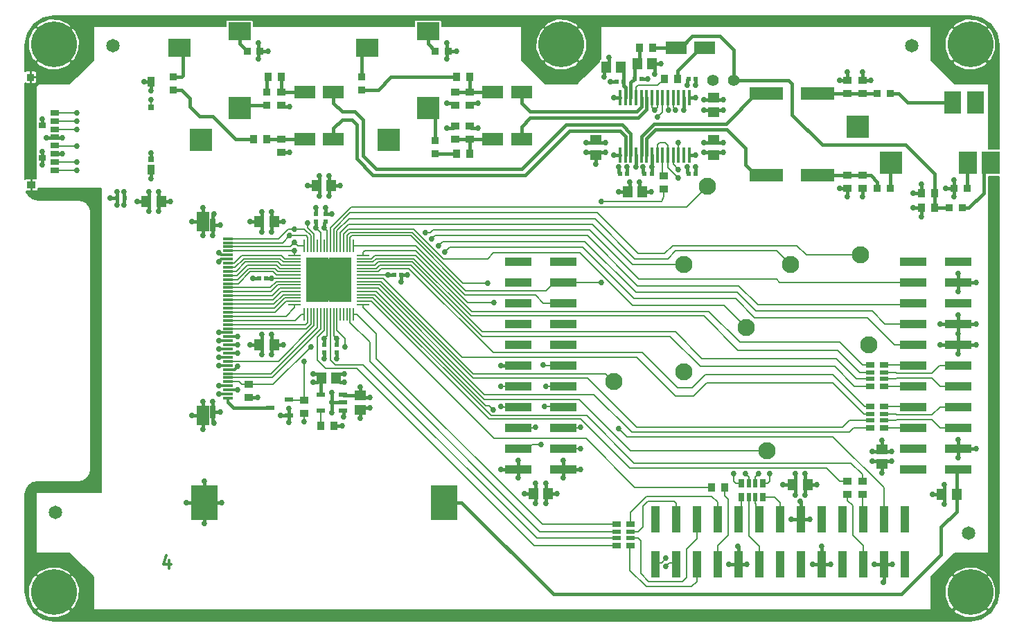
<source format=gbl>
%FSLAX34Y34*%
G04 Gerber Fmt 3.4, Leading zero omitted, Abs format*
G04 (created by PCBNEW (2014-03-01 BZR 4730)-product) date Tuesday, August 26, 2014 'AMt' 09:20:28 AM*
%MOIN*%
G01*
G70*
G90*
G04 APERTURE LIST*
%ADD10C,0.006000*%
%ADD11C,0.011811*%
%ADD12R,0.125984X0.165354*%
%ADD13R,0.024400X0.024400*%
%ADD14R,0.163400X0.063000*%
%ADD15R,0.039400X0.037400*%
%ADD16R,0.100400X0.063000*%
%ADD17R,0.037400X0.039400*%
%ADD18C,0.220472*%
%ADD19C,0.023622*%
%ADD20R,0.047244X0.011811*%
%ADD21R,0.031496X0.062992*%
%ADD22R,0.062992X0.094488*%
%ADD23R,0.037400X0.037400*%
%ADD24R,0.035400X0.039400*%
%ADD25R,0.039400X0.035400*%
%ADD26C,0.055118*%
%ADD27R,0.019685X0.039370*%
%ADD28R,0.027559X0.039370*%
%ADD29R,0.039370X0.019685*%
%ADD30R,0.039370X0.027559*%
%ADD31R,0.045300X0.057100*%
%ADD32R,0.057100X0.045300*%
%ADD33C,0.065000*%
%ADD34C,0.082677*%
%ADD35R,0.110236X0.086614*%
%ADD36R,0.110236X0.110236*%
%ADD37R,0.086614X0.110236*%
%ADD38R,0.078740X0.110236*%
%ADD39R,0.017700X0.072800*%
%ADD40R,0.043300X0.023600*%
%ADD41R,0.033465X0.047244*%
%ADD42R,0.029528X0.025591*%
%ADD43R,0.033465X0.051181*%
%ADD44R,0.043307X0.037402*%
%ADD45R,0.035433X0.037402*%
%ADD46R,0.037402X0.027559*%
%ADD47R,0.041339X0.027559*%
%ADD48R,0.039400X0.023600*%
%ADD49R,0.040157X0.125197*%
%ADD50R,0.125197X0.040157*%
%ADD51R,0.007874X0.059055*%
%ADD52R,0.059055X0.007874*%
%ADD53R,0.108268X0.108268*%
%ADD54C,0.027500*%
%ADD55C,0.015748*%
%ADD56C,0.007874*%
G04 APERTURE END LIST*
G54D10*
G54D11*
X30742Y-65778D02*
X30742Y-66172D01*
X30601Y-65553D02*
X30461Y-65975D01*
X30826Y-65975D01*
G54D12*
X43956Y-62992D03*
X32421Y-62992D03*
G54D13*
X56082Y-47165D03*
X55728Y-47165D03*
X53956Y-47165D03*
X53602Y-47165D03*
X52421Y-47165D03*
X52775Y-47165D03*
X55728Y-42598D03*
X56082Y-42598D03*
X52617Y-42755D03*
X52263Y-42755D03*
X53130Y-42598D03*
X53484Y-42598D03*
G54D14*
X59468Y-47244D03*
X61948Y-47244D03*
X59468Y-43307D03*
X61948Y-43307D03*
G54D15*
X64094Y-47874D03*
X64094Y-47244D03*
X64094Y-43307D03*
X64094Y-42677D03*
G54D16*
X56515Y-41102D03*
X55137Y-41102D03*
G54D17*
X67559Y-48110D03*
X66929Y-48110D03*
G54D13*
X28248Y-48346D03*
X28602Y-48346D03*
X37795Y-49468D03*
X37795Y-49114D03*
X38267Y-49468D03*
X38267Y-49114D03*
X41555Y-52047D03*
X41909Y-52047D03*
X38818Y-55413D03*
X38818Y-55767D03*
X38188Y-55413D03*
X38188Y-55767D03*
X35413Y-52204D03*
X35059Y-52204D03*
G54D17*
X38031Y-59291D03*
X38661Y-59291D03*
G54D18*
X49606Y-40944D03*
G54D19*
X49606Y-40078D03*
X48740Y-40944D03*
X49606Y-41811D03*
X50472Y-40944D03*
X50216Y-40334D03*
X48996Y-40334D03*
X48996Y-41555D03*
X50216Y-41555D03*
G54D18*
X69291Y-40944D03*
G54D19*
X69291Y-40078D03*
X68425Y-40944D03*
X69291Y-41811D03*
X70157Y-40944D03*
X69901Y-40334D03*
X68681Y-40334D03*
X68681Y-41555D03*
X69901Y-41555D03*
G54D18*
X69291Y-67322D03*
G54D19*
X69291Y-66456D03*
X68425Y-67322D03*
X69291Y-68188D03*
X70157Y-67322D03*
X69901Y-66712D03*
X68681Y-66712D03*
X68681Y-67933D03*
X69901Y-67933D03*
G54D18*
X25196Y-67322D03*
G54D19*
X25196Y-66456D03*
X24330Y-67322D03*
X25196Y-68188D03*
X26062Y-67322D03*
X25807Y-66712D03*
X24586Y-66712D03*
X24586Y-67933D03*
X25807Y-67933D03*
G54D18*
X25196Y-40944D03*
G54D19*
X25196Y-40078D03*
X24330Y-40944D03*
X25196Y-41811D03*
X26062Y-40944D03*
X25807Y-40334D03*
X24586Y-40334D03*
X24586Y-41555D03*
X25807Y-41555D03*
G54D20*
X33582Y-57972D03*
X33582Y-57775D03*
X33582Y-57578D03*
X33582Y-57381D03*
X33582Y-57185D03*
X33582Y-56988D03*
X33582Y-56791D03*
X33582Y-56594D03*
X33582Y-56397D03*
X33582Y-56200D03*
X33582Y-56003D03*
X33582Y-55807D03*
X33582Y-55610D03*
X33582Y-55413D03*
X33582Y-55216D03*
X33582Y-55019D03*
X33582Y-54822D03*
X33582Y-54625D03*
X33582Y-54429D03*
X33582Y-54232D03*
X33582Y-54035D03*
X33582Y-53838D03*
X33582Y-53641D03*
X33582Y-53444D03*
X33582Y-53248D03*
X33582Y-53051D03*
X33582Y-52854D03*
X33582Y-52657D03*
X33582Y-52460D03*
X33582Y-52263D03*
X33582Y-52066D03*
X33582Y-51870D03*
X33582Y-51673D03*
X33582Y-51476D03*
X33582Y-51279D03*
X33582Y-51082D03*
X33582Y-50885D03*
X33582Y-50688D03*
X33582Y-50492D03*
X33582Y-50295D03*
G54D21*
X32834Y-58641D03*
G54D22*
X32362Y-58799D03*
X32362Y-49468D03*
G54D21*
X32834Y-49625D03*
G54D23*
X65433Y-47874D03*
X64803Y-47874D03*
X65433Y-43307D03*
X64803Y-43307D03*
X69133Y-47874D03*
X68503Y-47874D03*
X68897Y-48818D03*
X68267Y-48818D03*
G54D24*
X55196Y-42598D03*
X54566Y-42598D03*
G54D25*
X63385Y-47874D03*
X63385Y-47244D03*
X63385Y-43307D03*
X63385Y-42677D03*
G54D24*
X67559Y-48818D03*
X66929Y-48818D03*
X53385Y-41102D03*
X54015Y-41102D03*
G54D25*
X34566Y-57322D03*
X34566Y-57952D03*
X37244Y-58700D03*
X37244Y-58070D03*
X54527Y-47913D03*
X54527Y-47283D03*
G54D26*
X57901Y-42677D03*
X56901Y-42677D03*
G54D27*
X58937Y-62736D03*
X58622Y-62736D03*
G54D28*
X59291Y-62736D03*
X58267Y-62736D03*
X58267Y-62066D03*
G54D27*
X58622Y-62066D03*
X58937Y-62066D03*
G54D28*
X59291Y-62066D03*
G54D29*
X52933Y-64409D03*
X52933Y-64724D03*
G54D30*
X52933Y-64055D03*
X52933Y-65078D03*
X52263Y-65078D03*
G54D29*
X52263Y-64724D03*
X52263Y-64409D03*
G54D30*
X52263Y-64055D03*
G54D29*
X65137Y-56732D03*
X65137Y-57047D03*
G54D30*
X65137Y-56377D03*
X65137Y-57401D03*
X64468Y-57401D03*
G54D29*
X64468Y-57047D03*
X64468Y-56732D03*
G54D30*
X64468Y-56377D03*
G54D29*
X65137Y-58740D03*
X65137Y-59055D03*
G54D30*
X65137Y-58385D03*
X65137Y-59409D03*
X64468Y-59409D03*
G54D29*
X64468Y-59055D03*
X64468Y-58740D03*
G54D30*
X64468Y-58385D03*
G54D25*
X64094Y-61968D03*
X64094Y-62598D03*
X63385Y-61968D03*
X63385Y-62598D03*
G54D24*
X56850Y-62283D03*
X57480Y-62283D03*
G54D15*
X45196Y-44881D03*
X45196Y-45511D03*
X45196Y-43228D03*
X45196Y-43858D03*
G54D16*
X47696Y-45511D03*
X46318Y-45511D03*
X47696Y-43228D03*
X46318Y-43228D03*
X38641Y-43228D03*
X37263Y-43228D03*
X38641Y-45511D03*
X37263Y-45511D03*
G54D23*
X43543Y-41259D03*
X44173Y-41259D03*
X43543Y-46220D03*
X43543Y-45590D03*
X40000Y-43149D03*
X40000Y-42519D03*
X35433Y-43858D03*
X35433Y-43228D03*
X30944Y-42519D03*
X30944Y-43149D03*
X34488Y-41259D03*
X35118Y-41259D03*
G54D24*
X45196Y-46220D03*
X44566Y-46220D03*
X45196Y-42519D03*
X44566Y-42519D03*
G54D25*
X44488Y-44881D03*
X44488Y-45511D03*
X44488Y-43228D03*
X44488Y-43858D03*
X36141Y-43858D03*
X36141Y-43228D03*
X36141Y-45511D03*
X36141Y-46141D03*
G54D24*
X35511Y-42519D03*
X36141Y-42519D03*
X34803Y-45511D03*
X35433Y-45511D03*
G54D31*
X68621Y-62598D03*
X67913Y-62598D03*
X38071Y-57007D03*
X38779Y-57007D03*
G54D32*
X39921Y-57834D03*
X39921Y-58542D03*
G54D31*
X35787Y-55393D03*
X35079Y-55393D03*
X35787Y-49488D03*
X35079Y-49488D03*
X38542Y-47755D03*
X37834Y-47755D03*
X48976Y-62559D03*
X48268Y-62559D03*
X29646Y-48503D03*
X30354Y-48503D03*
G54D32*
X56929Y-43504D03*
X56929Y-44212D03*
G54D31*
X53268Y-41889D03*
X53976Y-41889D03*
G54D32*
X51259Y-46259D03*
X51259Y-45551D03*
G54D31*
X53503Y-48031D03*
X52795Y-48031D03*
X52479Y-42047D03*
X51771Y-42047D03*
G54D32*
X56929Y-46259D03*
X56929Y-45551D03*
G54D31*
X60748Y-62125D03*
X61456Y-62125D03*
G54D32*
X65039Y-60433D03*
X65039Y-61141D03*
G54D33*
X28031Y-41023D03*
X66456Y-41023D03*
X25275Y-63464D03*
X69212Y-64488D03*
G54D34*
X55492Y-56711D03*
X60648Y-51555D03*
X58507Y-54570D03*
X55492Y-51555D03*
X56651Y-47775D03*
X64017Y-51082D03*
X64401Y-55414D03*
X59490Y-60492D03*
X52124Y-57185D03*
G54D35*
X34133Y-40314D03*
G54D36*
X34133Y-44015D03*
X32253Y-45551D03*
G54D35*
X31220Y-41102D03*
X43188Y-40314D03*
G54D36*
X43188Y-44015D03*
X41309Y-45551D03*
G54D35*
X40275Y-41102D03*
G54D37*
X70275Y-46653D03*
X69173Y-46653D03*
G54D36*
X65472Y-46653D03*
X63858Y-44901D03*
G54D38*
X68425Y-43740D03*
X69527Y-43740D03*
G54D39*
X55757Y-46259D03*
X55501Y-46259D03*
X55246Y-46259D03*
X54990Y-46259D03*
X54734Y-46259D03*
X54478Y-46259D03*
X54222Y-46259D03*
X53966Y-46259D03*
X53710Y-46259D03*
X53454Y-46259D03*
X53198Y-46259D03*
X52942Y-46259D03*
X52687Y-46259D03*
X52431Y-46259D03*
X52431Y-43503D03*
X52687Y-43503D03*
X52942Y-43503D03*
X53198Y-43503D03*
X53454Y-43503D03*
X53710Y-43503D03*
X53966Y-43503D03*
X54222Y-43503D03*
X54478Y-43503D03*
X54734Y-43503D03*
X54990Y-43503D03*
X55246Y-43503D03*
X55501Y-43503D03*
X55757Y-43503D03*
G54D40*
X39113Y-57814D03*
X39113Y-58188D03*
X39113Y-58562D03*
X38051Y-58562D03*
X38051Y-57814D03*
G54D41*
X29852Y-46978D03*
G54D42*
X29872Y-46486D03*
X29872Y-43986D03*
G54D43*
X29852Y-42746D03*
G54D44*
X24114Y-47706D03*
G54D45*
X24074Y-42529D03*
G54D46*
X24635Y-46407D03*
X24635Y-44832D03*
G54D47*
X25226Y-44242D03*
X25226Y-44635D03*
X25226Y-45029D03*
X25226Y-45423D03*
X25226Y-45816D03*
X25226Y-46210D03*
X25226Y-46604D03*
X25226Y-46998D03*
G54D48*
X36515Y-58051D03*
X36515Y-58799D03*
X35609Y-58425D03*
G54D49*
X66122Y-65972D03*
X66122Y-63822D03*
X65122Y-65972D03*
X65122Y-63822D03*
X64122Y-65972D03*
X64122Y-63822D03*
X63122Y-65972D03*
X63122Y-63822D03*
X62122Y-65972D03*
X62122Y-63822D03*
X61122Y-65972D03*
X61122Y-63822D03*
X60122Y-65972D03*
X60122Y-63822D03*
X59122Y-65972D03*
X59122Y-63822D03*
X58122Y-65972D03*
X58122Y-63822D03*
X57122Y-65972D03*
X57122Y-63822D03*
X56122Y-65972D03*
X56122Y-63822D03*
X55122Y-65972D03*
X55122Y-63822D03*
X54122Y-65972D03*
X54122Y-63822D03*
G54D50*
X47547Y-61397D03*
X49696Y-61397D03*
X47547Y-60397D03*
X49696Y-60397D03*
X47547Y-59397D03*
X49696Y-59397D03*
X47547Y-58397D03*
X49696Y-58397D03*
X47547Y-57397D03*
X49696Y-57397D03*
X47547Y-56397D03*
X49696Y-56397D03*
X47547Y-55397D03*
X49696Y-55397D03*
X47547Y-54397D03*
X49696Y-54397D03*
X47547Y-53397D03*
X49696Y-53397D03*
X47547Y-52397D03*
X49696Y-52397D03*
X47547Y-51397D03*
X49696Y-51397D03*
X66547Y-61397D03*
X68696Y-61397D03*
X66547Y-60397D03*
X68696Y-60397D03*
X66547Y-59397D03*
X68696Y-59397D03*
X66547Y-58397D03*
X68696Y-58397D03*
X66547Y-57397D03*
X68696Y-57397D03*
X66547Y-56397D03*
X68696Y-56397D03*
X66547Y-55397D03*
X68696Y-55397D03*
X66547Y-54397D03*
X68696Y-54397D03*
X66547Y-53397D03*
X68696Y-53397D03*
X66547Y-52397D03*
X68696Y-52397D03*
X66547Y-51397D03*
X68696Y-51397D03*
G54D51*
X37244Y-50629D03*
X37401Y-50629D03*
X37559Y-50629D03*
X37716Y-50629D03*
X37874Y-50629D03*
X38031Y-50629D03*
X38188Y-50629D03*
X38346Y-50629D03*
X38503Y-50629D03*
X38661Y-50629D03*
X38818Y-50629D03*
X38976Y-50629D03*
X39133Y-50629D03*
X39291Y-50629D03*
X39448Y-50629D03*
X39606Y-50629D03*
G54D52*
X40078Y-51102D03*
X40078Y-51259D03*
X40078Y-51417D03*
X40078Y-51574D03*
X40078Y-51732D03*
X40078Y-51889D03*
X40078Y-52047D03*
X40078Y-52204D03*
X40078Y-52362D03*
X40078Y-52519D03*
X40078Y-52677D03*
X40078Y-52834D03*
X40078Y-52992D03*
X40078Y-53149D03*
X40078Y-53307D03*
X40078Y-53464D03*
G54D51*
X39606Y-53937D03*
X39448Y-53937D03*
X39291Y-53937D03*
X39133Y-53937D03*
X38976Y-53937D03*
X38818Y-53937D03*
X38661Y-53937D03*
X38503Y-53937D03*
X38346Y-53937D03*
X38188Y-53937D03*
X38031Y-53937D03*
X37874Y-53937D03*
X37716Y-53937D03*
X37559Y-53937D03*
X37401Y-53937D03*
X37244Y-53937D03*
G54D52*
X36771Y-53464D03*
X36771Y-53307D03*
X36771Y-53149D03*
X36771Y-52992D03*
X36771Y-52834D03*
X36771Y-52677D03*
X36771Y-52519D03*
X36771Y-52362D03*
X36771Y-52204D03*
X36771Y-52047D03*
X36771Y-51889D03*
X36771Y-51732D03*
X36771Y-51574D03*
X36771Y-51417D03*
X36771Y-51259D03*
X36771Y-51102D03*
G54D53*
X37883Y-51742D03*
X37883Y-52824D03*
X38966Y-51742D03*
X38966Y-52824D03*
G54D54*
X35669Y-52204D03*
X36220Y-49488D03*
X35669Y-49960D03*
X35669Y-49015D03*
X35669Y-55866D03*
X36220Y-55393D03*
X35669Y-54921D03*
X37677Y-57204D03*
X37677Y-56811D03*
X38188Y-49763D03*
X33129Y-50964D03*
X38188Y-55118D03*
X38818Y-55118D03*
X49704Y-61811D03*
X50551Y-61397D03*
X49704Y-60984D03*
X68700Y-60826D03*
X69566Y-60393D03*
X68700Y-59960D03*
X61574Y-63818D03*
X60669Y-63818D03*
X61102Y-62952D03*
X33129Y-57775D03*
X25590Y-45433D03*
X24842Y-45433D03*
X38976Y-47755D03*
X38425Y-48228D03*
X38425Y-47283D03*
X39133Y-58858D03*
X40393Y-57952D03*
X39921Y-57440D03*
X48858Y-63031D03*
X49409Y-62559D03*
X48858Y-62086D03*
X29763Y-48976D03*
X29763Y-48031D03*
X65039Y-60000D03*
X65511Y-60551D03*
X64566Y-60551D03*
X60275Y-62125D03*
X60866Y-61614D03*
X60866Y-62637D03*
X41259Y-52047D03*
X28228Y-48661D03*
X28228Y-48031D03*
X27913Y-48346D03*
X29212Y-48503D03*
X37795Y-49763D03*
X33129Y-57381D03*
X53937Y-48031D03*
X53385Y-47559D03*
X52362Y-46850D03*
X56062Y-46850D03*
X56456Y-46141D03*
X57401Y-46141D03*
X56456Y-43622D03*
X57401Y-43622D03*
X55669Y-42913D03*
X51732Y-46141D03*
X50787Y-46141D03*
X51259Y-46692D03*
X53976Y-46850D03*
X55511Y-44094D03*
X52125Y-46259D03*
X56062Y-46259D03*
X57913Y-61614D03*
X55118Y-44094D03*
X55236Y-45669D03*
X58464Y-61614D03*
X59645Y-61614D03*
X55236Y-46968D03*
X55236Y-47362D03*
X59094Y-61614D03*
X54763Y-44094D03*
X54645Y-65669D03*
X54251Y-44448D03*
X54645Y-66062D03*
X51535Y-52401D03*
X51535Y-48503D03*
X37401Y-49527D03*
X37244Y-56220D03*
X37559Y-55511D03*
X39212Y-55511D03*
X46377Y-53385D03*
X46692Y-57401D03*
X46062Y-52440D03*
X46692Y-58385D03*
X52362Y-59448D03*
X46338Y-58543D03*
X29881Y-43622D03*
X50551Y-60393D03*
X48740Y-56377D03*
X26299Y-45826D03*
X26299Y-45039D03*
X48858Y-57401D03*
X48818Y-58385D03*
X26299Y-46614D03*
X26299Y-47007D03*
X48385Y-59370D03*
X50551Y-59370D03*
X26299Y-44251D03*
X26299Y-44645D03*
X48622Y-60196D03*
X43700Y-50629D03*
X36771Y-50472D03*
X36535Y-50157D03*
X43385Y-50314D03*
X44015Y-50944D03*
X36771Y-50866D03*
X43070Y-50000D03*
X36771Y-49842D03*
X47539Y-61811D03*
X46692Y-61397D03*
X47539Y-60984D03*
X46692Y-56397D03*
X68700Y-55826D03*
X69566Y-55393D03*
X67834Y-55393D03*
X68700Y-54881D03*
X68700Y-53976D03*
X69566Y-54409D03*
X67834Y-54409D03*
X68700Y-52834D03*
X69566Y-52401D03*
X68700Y-51968D03*
X57677Y-65984D03*
X58110Y-65118D03*
X58543Y-65984D03*
X65118Y-66850D03*
X65551Y-65984D03*
X64685Y-65984D03*
X61692Y-65984D03*
X62559Y-65984D03*
X62125Y-65118D03*
X37244Y-59094D03*
X36515Y-59133D03*
X36102Y-58799D03*
X36515Y-58464D03*
X29881Y-47401D03*
X29881Y-46181D03*
X29881Y-43188D03*
X29527Y-42755D03*
X24645Y-46102D03*
X25590Y-46220D03*
X24645Y-46732D03*
X24645Y-44527D03*
X35000Y-57952D03*
X27263Y-48129D03*
X27263Y-49311D03*
X27263Y-50492D03*
X27263Y-51673D03*
X24685Y-48267D03*
X25866Y-48267D03*
X35039Y-39862D03*
X32677Y-39862D03*
X42125Y-39862D03*
X44488Y-39862D03*
X45669Y-39862D03*
X46850Y-39862D03*
X48031Y-39862D03*
X48031Y-41043D03*
X48425Y-41929D03*
X49606Y-42519D03*
X50688Y-42027D03*
X51181Y-41043D03*
X51181Y-39862D03*
X52362Y-39862D03*
X53543Y-39862D03*
X54724Y-39862D03*
X55905Y-39862D03*
X57086Y-39862D03*
X58267Y-39862D03*
X59448Y-39862D03*
X60629Y-39862D03*
X61811Y-39862D03*
X62992Y-39862D03*
X64173Y-39862D03*
X65354Y-39862D03*
X66535Y-39862D03*
X70374Y-42519D03*
X67716Y-39862D03*
X67716Y-41043D03*
X68208Y-42027D03*
X69192Y-42519D03*
X26771Y-39862D03*
X24114Y-43110D03*
X24114Y-44291D03*
X24114Y-45472D03*
X24114Y-46653D03*
X25196Y-42519D03*
X26279Y-42027D03*
X26771Y-41043D03*
X27952Y-39862D03*
X29133Y-39862D03*
X30314Y-39862D03*
X31496Y-39862D03*
X36220Y-39862D03*
X37401Y-39862D03*
X40944Y-39862D03*
X39763Y-39862D03*
X38582Y-39862D03*
X70374Y-44881D03*
X70374Y-43700D03*
X27263Y-55216D03*
X27263Y-52854D03*
X26771Y-68405D03*
X24212Y-62401D03*
X24114Y-63385D03*
X24114Y-64566D03*
X24114Y-65748D03*
X25295Y-65748D03*
X26279Y-66240D03*
X26771Y-67224D03*
X29133Y-68405D03*
X27952Y-68405D03*
X27263Y-54133D03*
X27263Y-56397D03*
X27263Y-57578D03*
X27263Y-58759D03*
X27263Y-59940D03*
X27263Y-61122D03*
X27263Y-62303D03*
X26279Y-62303D03*
X25098Y-62303D03*
X66535Y-68405D03*
X65354Y-68405D03*
X64173Y-68405D03*
X62992Y-68405D03*
X61811Y-68405D03*
X60629Y-68405D03*
X59448Y-68405D03*
X58267Y-68405D03*
X57086Y-68405D03*
X55905Y-68405D03*
X54724Y-68405D03*
X53543Y-68405D03*
X52362Y-68405D03*
X51181Y-68405D03*
X50000Y-68405D03*
X48818Y-68405D03*
X47637Y-68405D03*
X46456Y-68405D03*
X45275Y-68405D03*
X44094Y-68405D03*
X42913Y-68405D03*
X41732Y-68405D03*
X40551Y-68405D03*
X39370Y-68405D03*
X38188Y-68405D03*
X37007Y-68405D03*
X35826Y-68405D03*
X34645Y-68405D03*
X33464Y-68405D03*
X32283Y-68405D03*
X31102Y-68405D03*
X67716Y-68405D03*
X29921Y-68405D03*
X70374Y-48031D03*
X70374Y-49212D03*
X70374Y-50393D03*
X70374Y-51574D03*
X70374Y-52755D03*
X70374Y-53937D03*
X70374Y-55118D03*
X70374Y-56299D03*
X70374Y-57480D03*
X70374Y-58661D03*
X70374Y-59842D03*
X70374Y-61023D03*
X70374Y-62204D03*
X70374Y-63385D03*
X70374Y-64566D03*
X70374Y-65748D03*
X69192Y-65748D03*
X68208Y-66240D03*
X67716Y-67224D03*
X34763Y-52204D03*
X37401Y-47755D03*
X37952Y-47283D03*
X37952Y-48228D03*
X38582Y-49094D03*
X38267Y-48818D03*
X37795Y-48818D03*
X34645Y-49488D03*
X35196Y-49960D03*
X35196Y-49015D03*
X35196Y-54921D03*
X34645Y-55393D03*
X35196Y-55866D03*
X39921Y-58937D03*
X40393Y-58425D03*
X39173Y-57204D03*
X39173Y-56811D03*
X42204Y-52047D03*
X41889Y-52362D03*
X47834Y-62559D03*
X48385Y-62086D03*
X48385Y-63031D03*
X67480Y-62598D03*
X68031Y-63070D03*
X68031Y-62125D03*
X52362Y-48031D03*
X52913Y-47559D03*
X52755Y-46850D03*
X55669Y-46850D03*
X56456Y-45669D03*
X57401Y-45669D03*
X57401Y-44094D03*
X56456Y-44094D03*
X56062Y-42913D03*
X54409Y-41889D03*
X54094Y-42362D03*
X53779Y-42598D03*
X51653Y-42519D03*
X51968Y-42755D03*
X51889Y-41574D03*
X45590Y-44960D03*
X44094Y-44960D03*
X44094Y-43779D03*
X45590Y-43779D03*
X36535Y-43937D03*
X36535Y-46141D03*
X30236Y-48976D03*
X30787Y-48503D03*
X30236Y-48031D03*
X28582Y-48661D03*
X28582Y-48031D03*
X35039Y-41653D03*
X35511Y-41259D03*
X44566Y-41259D03*
X44094Y-40866D03*
X35039Y-40866D03*
X50787Y-45669D03*
X51732Y-45669D03*
X44094Y-41653D03*
X32421Y-61968D03*
X65039Y-61574D03*
X65511Y-61023D03*
X64566Y-61023D03*
X61338Y-61614D03*
X61889Y-62125D03*
X61338Y-62637D03*
X68503Y-47480D03*
X66535Y-48110D03*
X66929Y-47677D03*
X52125Y-43503D03*
X63385Y-42283D03*
X64094Y-42283D03*
X66929Y-49251D03*
X66535Y-48818D03*
X32362Y-50137D03*
X32834Y-50137D03*
X33188Y-49625D03*
X32893Y-49094D03*
X31850Y-49468D03*
X32362Y-48799D03*
X32834Y-58129D03*
X31850Y-58799D03*
X32362Y-58129D03*
X32362Y-59468D03*
X32893Y-59173D03*
X33188Y-58641D03*
X32421Y-64015D03*
X31574Y-62992D03*
X33267Y-62992D03*
X64094Y-48267D03*
X63385Y-48267D03*
X62992Y-47874D03*
X62992Y-42677D03*
X64488Y-42677D03*
X68503Y-48267D03*
X68110Y-47874D03*
X39055Y-59291D03*
X38582Y-58188D03*
X38582Y-58661D03*
X38582Y-57716D03*
X53543Y-46850D03*
X53188Y-46850D03*
X54094Y-44094D03*
X56062Y-43503D03*
X38425Y-52283D03*
X38425Y-53149D03*
X39291Y-52283D03*
X37559Y-52283D03*
X38425Y-51417D03*
X39291Y-53149D03*
X37559Y-53149D03*
X39291Y-51417D03*
X37559Y-51417D03*
X34035Y-56456D03*
X33129Y-56397D03*
X34035Y-55019D03*
X33129Y-54822D03*
X33129Y-51397D03*
X34035Y-57578D03*
X34035Y-55807D03*
X34035Y-55413D03*
X33129Y-56003D03*
X33129Y-55610D03*
X33129Y-55216D03*
X38188Y-56062D03*
X38818Y-56062D03*
G54D55*
X35413Y-52204D02*
X35669Y-52204D01*
G54D56*
X35669Y-52204D02*
X36771Y-52204D01*
G54D55*
X35787Y-49488D02*
X36220Y-49488D01*
X35787Y-49488D02*
X35669Y-49605D01*
X35669Y-49605D02*
X35669Y-49960D01*
X35787Y-49488D02*
X35669Y-49370D01*
X35669Y-49370D02*
X35669Y-49015D01*
X35787Y-55393D02*
X35669Y-55511D01*
X35669Y-55511D02*
X35669Y-55866D01*
X35787Y-55393D02*
X36220Y-55393D01*
X35787Y-55393D02*
X35669Y-55275D01*
X35669Y-55275D02*
X35669Y-54921D01*
X38071Y-57007D02*
X37874Y-57204D01*
X37874Y-57204D02*
X37677Y-57204D01*
X38071Y-57007D02*
X37874Y-56811D01*
X37874Y-56811D02*
X37677Y-56811D01*
X38051Y-57814D02*
X38051Y-57027D01*
X38051Y-57027D02*
X38071Y-57007D01*
X38188Y-49763D02*
X38188Y-49547D01*
X38188Y-49547D02*
X38267Y-49468D01*
G54D56*
X38346Y-50629D02*
X38346Y-49921D01*
X38346Y-49921D02*
X38188Y-49763D01*
G54D11*
X33582Y-51082D02*
X33248Y-51082D01*
X33248Y-51082D02*
X33129Y-50964D01*
G54D55*
X38188Y-55413D02*
X38188Y-55118D01*
G54D56*
X38346Y-54960D02*
X38346Y-53937D01*
X38346Y-54960D02*
X38188Y-55118D01*
G54D55*
X38818Y-55413D02*
X38818Y-55118D01*
G54D56*
X38661Y-54960D02*
X38818Y-55118D01*
X38661Y-54960D02*
X38661Y-53937D01*
G54D55*
X49696Y-61397D02*
X49696Y-61803D01*
X49696Y-61803D02*
X49704Y-61811D01*
X49696Y-61397D02*
X50551Y-61397D01*
X49696Y-61397D02*
X49696Y-60992D01*
X49696Y-60992D02*
X49704Y-60984D01*
X68696Y-60397D02*
X68700Y-60401D01*
X68700Y-60401D02*
X68700Y-60826D01*
X68696Y-60397D02*
X68700Y-60393D01*
X68700Y-60393D02*
X69566Y-60393D01*
X68700Y-60393D02*
X68700Y-59960D01*
X61122Y-63822D02*
X61570Y-63822D01*
X61570Y-63822D02*
X61574Y-63818D01*
X61122Y-63822D02*
X60673Y-63822D01*
X60673Y-63822D02*
X60669Y-63818D01*
X61122Y-63822D02*
X61122Y-62972D01*
X61122Y-62972D02*
X61102Y-62952D01*
G54D11*
X33582Y-57775D02*
X33129Y-57775D01*
G54D55*
X25226Y-45423D02*
X25236Y-45433D01*
X25236Y-45433D02*
X25590Y-45433D01*
X25226Y-45423D02*
X25216Y-45433D01*
X25216Y-45433D02*
X24842Y-45433D01*
X38542Y-47755D02*
X38976Y-47755D01*
X38542Y-47755D02*
X38425Y-47873D01*
X38425Y-47873D02*
X38425Y-48228D01*
X38542Y-47755D02*
X38425Y-47638D01*
X38425Y-47638D02*
X38425Y-47283D01*
X39113Y-58562D02*
X39133Y-58583D01*
X39133Y-58583D02*
X39133Y-58858D01*
X39113Y-57814D02*
X39133Y-57834D01*
X39133Y-57834D02*
X39921Y-57834D01*
X39921Y-57834D02*
X40039Y-57952D01*
X40039Y-57952D02*
X40393Y-57952D01*
X39921Y-57834D02*
X39921Y-57440D01*
X48976Y-62559D02*
X48858Y-62676D01*
X48858Y-62676D02*
X48858Y-63031D01*
X48976Y-62559D02*
X49409Y-62559D01*
X48976Y-62559D02*
X48858Y-62441D01*
X48858Y-62441D02*
X48858Y-62086D01*
X29646Y-48503D02*
X29763Y-48621D01*
X29763Y-48621D02*
X29763Y-48976D01*
X29646Y-48503D02*
X29763Y-48386D01*
X29763Y-48386D02*
X29763Y-48031D01*
X65039Y-60433D02*
X65039Y-60000D01*
X65039Y-60433D02*
X65157Y-60551D01*
X65157Y-60551D02*
X65511Y-60551D01*
X65039Y-60433D02*
X64921Y-60551D01*
X64921Y-60551D02*
X64566Y-60551D01*
X60748Y-62125D02*
X60275Y-62125D01*
X60748Y-62125D02*
X60866Y-62008D01*
X60866Y-62008D02*
X60866Y-61614D01*
X60748Y-62125D02*
X60866Y-62243D01*
X60866Y-62243D02*
X60866Y-62637D01*
X41555Y-52047D02*
X41259Y-52047D01*
G54D56*
X41259Y-52047D02*
X40314Y-52047D01*
G54D55*
X28248Y-48346D02*
X28248Y-48641D01*
X28248Y-48641D02*
X28228Y-48661D01*
X28248Y-48346D02*
X28248Y-48051D01*
X28248Y-48051D02*
X28228Y-48031D01*
X28248Y-48346D02*
X27913Y-48346D01*
X29646Y-48503D02*
X29212Y-48503D01*
X37795Y-49468D02*
X37795Y-49763D01*
G54D56*
X38031Y-50000D02*
X38031Y-50629D01*
X38031Y-50000D02*
X37795Y-49763D01*
G54D11*
X33582Y-57381D02*
X33129Y-57381D01*
G54D55*
X53503Y-48031D02*
X53937Y-48031D01*
X53503Y-48031D02*
X53385Y-47913D01*
X53385Y-47913D02*
X53385Y-47559D01*
X52421Y-47165D02*
X52362Y-47106D01*
X52362Y-47106D02*
X52362Y-46850D01*
X56082Y-47165D02*
X56062Y-47145D01*
X56062Y-47145D02*
X56062Y-46850D01*
X56929Y-46259D02*
X56811Y-46141D01*
X56811Y-46141D02*
X56456Y-46141D01*
X56929Y-46259D02*
X57046Y-46141D01*
X57046Y-46141D02*
X57401Y-46141D01*
X56929Y-43504D02*
X56811Y-43622D01*
X56811Y-43622D02*
X56456Y-43622D01*
X56929Y-43504D02*
X57046Y-43622D01*
X57046Y-43622D02*
X57401Y-43622D01*
X55728Y-42598D02*
X55669Y-42657D01*
X55669Y-42657D02*
X55669Y-42913D01*
X51259Y-46259D02*
X51377Y-46141D01*
X51377Y-46141D02*
X51732Y-46141D01*
X51259Y-46259D02*
X51142Y-46141D01*
X51142Y-46141D02*
X50787Y-46141D01*
X51259Y-46259D02*
X51259Y-46692D01*
X53966Y-46259D02*
X53966Y-46840D01*
X53966Y-46840D02*
X53976Y-46850D01*
X53956Y-46870D02*
X53956Y-47165D01*
X53956Y-46870D02*
X53976Y-46850D01*
X55501Y-43503D02*
X55501Y-44084D01*
X55501Y-44084D02*
X55511Y-44094D01*
X52431Y-46259D02*
X52126Y-46259D01*
X52126Y-46259D02*
X52125Y-46259D01*
X55757Y-46259D02*
X56062Y-46259D01*
X56062Y-46259D02*
X56062Y-46259D01*
G54D56*
X58267Y-62736D02*
X58267Y-63661D01*
X58110Y-63818D02*
X58122Y-63822D01*
X58267Y-63661D02*
X58110Y-63818D01*
X58267Y-62066D02*
X58011Y-62066D01*
X57913Y-61968D02*
X57913Y-61614D01*
X58011Y-62066D02*
X57913Y-61968D01*
X54990Y-43966D02*
X55118Y-44094D01*
X54990Y-43966D02*
X54990Y-43503D01*
X54478Y-46259D02*
X54478Y-47234D01*
X54478Y-47234D02*
X54527Y-47283D01*
X58622Y-62736D02*
X58622Y-64606D01*
X59122Y-65106D02*
X59122Y-65891D01*
X58622Y-64606D02*
X59122Y-65106D01*
X55246Y-46259D02*
X55246Y-45679D01*
X55246Y-45679D02*
X55236Y-45669D01*
X58622Y-61771D02*
X58464Y-61614D01*
X58622Y-62066D02*
X58622Y-61771D01*
X59291Y-62736D02*
X59862Y-62736D01*
X60122Y-62996D02*
X60122Y-63903D01*
X59862Y-62736D02*
X60122Y-62996D01*
X59547Y-62066D02*
X59645Y-61968D01*
X59645Y-61968D02*
X59645Y-61614D01*
X59291Y-62066D02*
X59547Y-62066D01*
X54990Y-46722D02*
X54990Y-46259D01*
X54990Y-46722D02*
X55236Y-46968D01*
X58937Y-62736D02*
X58937Y-63031D01*
X59133Y-63818D02*
X59122Y-63822D01*
X58976Y-63661D02*
X59133Y-63818D01*
X58976Y-63070D02*
X58976Y-63661D01*
X58937Y-63031D02*
X58976Y-63070D01*
X54734Y-46860D02*
X54734Y-46259D01*
X54734Y-46860D02*
X55236Y-47362D01*
X54222Y-46259D02*
X54222Y-45777D01*
X54222Y-45777D02*
X54330Y-45669D01*
X54330Y-45669D02*
X54606Y-45669D01*
X54606Y-45669D02*
X54734Y-45797D01*
X54734Y-45797D02*
X54734Y-46259D01*
X58937Y-61771D02*
X59094Y-61614D01*
X58937Y-62066D02*
X58937Y-61771D01*
G54D55*
X59468Y-47244D02*
X58976Y-47244D01*
X58464Y-45944D02*
X57559Y-45039D01*
X57559Y-45039D02*
X54133Y-45039D01*
X54133Y-45039D02*
X53710Y-45462D01*
X53710Y-45462D02*
X53710Y-46259D01*
X58976Y-47244D02*
X58464Y-46732D01*
X58464Y-46732D02*
X58464Y-45944D01*
X53710Y-43503D02*
X53710Y-44084D01*
X47696Y-44901D02*
X47696Y-45511D01*
X48110Y-44488D02*
X47696Y-44901D01*
X53307Y-44488D02*
X48110Y-44488D01*
X53710Y-44084D02*
X53307Y-44488D01*
X47716Y-46929D02*
X40708Y-46929D01*
X47716Y-46929D02*
X49843Y-44802D01*
X52942Y-46259D02*
X52942Y-45225D01*
X52519Y-44802D02*
X49843Y-44802D01*
X52942Y-45225D02*
X52519Y-44802D01*
X38641Y-43759D02*
X38641Y-43228D01*
X39055Y-44173D02*
X38641Y-43759D01*
X39685Y-44173D02*
X39055Y-44173D01*
X40078Y-44566D02*
X39685Y-44173D01*
X40078Y-46299D02*
X40078Y-44566D01*
X40708Y-46929D02*
X40078Y-46299D01*
X53385Y-41102D02*
X53385Y-41772D01*
X53385Y-41772D02*
X53268Y-41889D01*
X53268Y-41889D02*
X53130Y-42027D01*
X53130Y-42027D02*
X53130Y-42598D01*
X53130Y-42598D02*
X52942Y-42786D01*
X52942Y-42786D02*
X52942Y-43503D01*
G54D56*
X53198Y-43503D02*
X53198Y-43021D01*
X54251Y-42913D02*
X54566Y-42598D01*
X53307Y-42913D02*
X54251Y-42913D01*
X53198Y-43021D02*
X53307Y-42913D01*
G54D55*
X59468Y-43307D02*
X58976Y-43307D01*
X58976Y-43307D02*
X57519Y-44763D01*
X54055Y-44763D02*
X53454Y-45364D01*
X57519Y-44763D02*
X54055Y-44763D01*
X53454Y-46259D02*
X53454Y-45364D01*
X53454Y-43503D02*
X53454Y-43947D01*
X47696Y-43759D02*
X47696Y-43228D01*
X48110Y-44173D02*
X47696Y-43759D01*
X53228Y-44173D02*
X48110Y-44173D01*
X53454Y-43947D02*
X53228Y-44173D01*
X39527Y-44566D02*
X39763Y-44803D01*
X47874Y-47244D02*
X40551Y-47244D01*
X47874Y-47244D02*
X50000Y-45118D01*
X52687Y-46259D02*
X52687Y-45363D01*
X52442Y-45118D02*
X50000Y-45118D01*
X52687Y-45363D02*
X52442Y-45118D01*
X39763Y-46456D02*
X39763Y-44803D01*
X40551Y-47244D02*
X39763Y-46456D01*
X38641Y-44980D02*
X38641Y-45511D01*
X39055Y-44566D02*
X38641Y-44980D01*
X39527Y-44566D02*
X39055Y-44566D01*
G54D56*
X54423Y-65891D02*
X54645Y-65669D01*
X54122Y-65891D02*
X54423Y-65891D01*
X54734Y-43503D02*
X54734Y-44065D01*
X54734Y-44065D02*
X54763Y-44094D01*
X54816Y-65891D02*
X55122Y-65891D01*
X54816Y-65891D02*
X54645Y-66062D01*
X54478Y-44222D02*
X54251Y-44448D01*
X54478Y-43503D02*
X54478Y-44222D01*
G54D55*
X52687Y-43503D02*
X52687Y-43002D01*
X52617Y-42932D02*
X52617Y-42755D01*
X52687Y-43002D02*
X52617Y-42932D01*
X52479Y-42047D02*
X52617Y-42185D01*
X52617Y-42185D02*
X52617Y-42755D01*
G54D56*
X49616Y-53397D02*
X48751Y-53397D01*
X42598Y-50629D02*
X39606Y-50629D01*
X44980Y-53011D02*
X42598Y-50629D01*
X48366Y-53011D02*
X44980Y-53011D01*
X48751Y-53397D02*
X48366Y-53011D01*
X49696Y-52397D02*
X49255Y-52397D01*
X48858Y-52795D02*
X45000Y-52795D01*
X45000Y-52795D02*
X42362Y-50157D01*
X42362Y-50157D02*
X39527Y-50157D01*
X39527Y-50157D02*
X39448Y-50236D01*
X39448Y-50236D02*
X39448Y-50629D01*
X49255Y-52397D02*
X48858Y-52795D01*
X51535Y-52401D02*
X49685Y-52401D01*
X54527Y-47913D02*
X54527Y-48267D01*
X54448Y-48503D02*
X51535Y-48503D01*
X54527Y-48267D02*
X54448Y-48503D01*
X49685Y-52401D02*
X49696Y-52397D01*
X65137Y-58740D02*
X65708Y-58740D01*
X67822Y-58397D02*
X68616Y-58397D01*
X67440Y-58779D02*
X67822Y-58397D01*
X65748Y-58779D02*
X67440Y-58779D01*
X65708Y-58740D02*
X65748Y-58779D01*
X55118Y-57874D02*
X55984Y-57874D01*
X64173Y-58740D02*
X64468Y-58740D01*
X62677Y-57244D02*
X64173Y-58740D01*
X56614Y-57244D02*
X62677Y-57244D01*
X55984Y-57874D02*
X56614Y-57244D01*
X53248Y-56003D02*
X44822Y-56003D01*
X41023Y-52204D02*
X40078Y-52204D01*
X44822Y-56003D02*
X41023Y-52204D01*
X55118Y-57874D02*
X53248Y-56003D01*
X65137Y-58385D02*
X66616Y-58385D01*
X66616Y-58385D02*
X66627Y-58397D01*
X53503Y-55787D02*
X46338Y-55787D01*
X64212Y-58385D02*
X62677Y-56850D01*
X62677Y-56850D02*
X56535Y-56850D01*
X56535Y-56850D02*
X55905Y-57480D01*
X55905Y-57480D02*
X55196Y-57480D01*
X55196Y-57480D02*
X53503Y-55787D01*
X64468Y-58385D02*
X64212Y-58385D01*
X40078Y-51888D02*
X40078Y-51889D01*
X40788Y-51888D02*
X40078Y-51888D01*
X40946Y-51731D02*
X40788Y-51888D01*
X42282Y-51731D02*
X40946Y-51731D01*
X46338Y-55787D02*
X42282Y-51731D01*
X65137Y-57047D02*
X65708Y-57047D01*
X67830Y-57397D02*
X68616Y-57397D01*
X67440Y-57007D02*
X67830Y-57397D01*
X65748Y-57007D02*
X67440Y-57007D01*
X65708Y-57047D02*
X65748Y-57007D01*
X55098Y-54783D02*
X56377Y-56062D01*
X40078Y-51574D02*
X40629Y-51574D01*
X40629Y-51574D02*
X40787Y-51417D01*
X55098Y-54783D02*
X45807Y-54783D01*
X45807Y-54783D02*
X42440Y-51417D01*
X40787Y-51417D02*
X42440Y-51417D01*
X63818Y-57047D02*
X64468Y-57047D01*
X62834Y-56062D02*
X63818Y-57047D01*
X56377Y-56062D02*
X62834Y-56062D01*
X65137Y-57401D02*
X66624Y-57401D01*
X66624Y-57401D02*
X66627Y-57397D01*
X54842Y-55000D02*
X56299Y-56456D01*
X40866Y-51574D02*
X42362Y-51574D01*
X40078Y-51732D02*
X40708Y-51732D01*
X45787Y-55000D02*
X42362Y-51574D01*
X45787Y-55000D02*
X54842Y-55000D01*
X40708Y-51732D02*
X40866Y-51574D01*
X63700Y-57401D02*
X64468Y-57401D01*
X62755Y-56456D02*
X63700Y-57401D01*
X56299Y-56456D02*
X62755Y-56456D01*
X40078Y-51731D02*
X40078Y-51732D01*
X40079Y-51732D02*
X40078Y-51731D01*
X65137Y-56732D02*
X65708Y-56732D01*
X67814Y-56397D02*
X68616Y-56397D01*
X67440Y-56771D02*
X67814Y-56397D01*
X65748Y-56771D02*
X67440Y-56771D01*
X65708Y-56732D02*
X65748Y-56771D01*
X56456Y-54015D02*
X58110Y-55669D01*
X40709Y-51259D02*
X42518Y-51259D01*
X40078Y-51417D02*
X40551Y-51417D01*
X45275Y-54015D02*
X56456Y-54015D01*
X42518Y-51259D02*
X45275Y-54015D01*
X40551Y-51417D02*
X40709Y-51259D01*
X63976Y-56732D02*
X64468Y-56732D01*
X62913Y-55669D02*
X63976Y-56732D01*
X58110Y-55669D02*
X62913Y-55669D01*
X40078Y-51416D02*
X40078Y-51417D01*
X40079Y-51417D02*
X40078Y-51416D01*
X40078Y-51418D02*
X40078Y-51417D01*
X65137Y-56377D02*
X66608Y-56377D01*
X66608Y-56377D02*
X66627Y-56397D01*
X58188Y-55275D02*
X62992Y-55275D01*
X62992Y-55275D02*
X64094Y-56377D01*
X40472Y-51259D02*
X40629Y-51102D01*
X58188Y-55275D02*
X56712Y-53799D01*
X56712Y-53799D02*
X45295Y-53799D01*
X45295Y-53799D02*
X42598Y-51102D01*
X64468Y-56377D02*
X64094Y-56377D01*
X40472Y-51259D02*
X40078Y-51259D01*
X40629Y-51102D02*
X42598Y-51102D01*
X65137Y-59055D02*
X65708Y-59055D01*
X67822Y-59397D02*
X68616Y-59397D01*
X67440Y-59015D02*
X67822Y-59397D01*
X65748Y-59015D02*
X67440Y-59015D01*
X65708Y-59055D02*
X65748Y-59015D01*
X40078Y-52519D02*
X40866Y-52519D01*
X63464Y-59055D02*
X64468Y-59055D01*
X63149Y-59370D02*
X63464Y-59055D01*
X53228Y-59370D02*
X63149Y-59370D01*
X50866Y-57007D02*
X53228Y-59370D01*
X45354Y-57007D02*
X50866Y-57007D01*
X40866Y-52519D02*
X45354Y-57007D01*
X65137Y-59409D02*
X66616Y-59409D01*
X66616Y-59409D02*
X66627Y-59397D01*
X40078Y-52677D02*
X40787Y-52677D01*
X63661Y-59409D02*
X64468Y-59409D01*
X63464Y-59606D02*
X63661Y-59409D01*
X52992Y-59606D02*
X63464Y-59606D01*
X51181Y-57795D02*
X52992Y-59606D01*
X45905Y-57795D02*
X51181Y-57795D01*
X40787Y-52677D02*
X45905Y-57795D01*
X37244Y-58070D02*
X37244Y-56220D01*
X37716Y-50078D02*
X37716Y-50629D01*
X37401Y-49763D02*
X37716Y-50078D01*
X37401Y-49527D02*
X37401Y-49763D01*
X37244Y-58070D02*
X36535Y-58070D01*
X36515Y-58051D02*
X36515Y-58051D01*
X36535Y-58070D02*
X36515Y-58051D01*
X36771Y-51417D02*
X36220Y-51417D01*
X33917Y-51673D02*
X33582Y-51673D01*
X34329Y-51260D02*
X33917Y-51673D01*
X36063Y-51260D02*
X34329Y-51260D01*
X36220Y-51417D02*
X36063Y-51260D01*
X36771Y-51574D02*
X36141Y-51574D01*
X33956Y-51870D02*
X33582Y-51870D01*
X34409Y-51417D02*
X33956Y-51870D01*
X35984Y-51417D02*
X34409Y-51417D01*
X36141Y-51574D02*
X35984Y-51417D01*
X36771Y-53149D02*
X36299Y-53149D01*
X35807Y-53641D02*
X33582Y-53641D01*
X36299Y-53149D02*
X35807Y-53641D01*
X36771Y-53307D02*
X36377Y-53307D01*
X35846Y-53838D02*
X33582Y-53838D01*
X36377Y-53307D02*
X35846Y-53838D01*
X36771Y-53464D02*
X36771Y-53622D01*
X36358Y-54035D02*
X33582Y-54035D01*
X36771Y-53622D02*
X36358Y-54035D01*
X33582Y-54232D02*
X36791Y-54232D01*
X37086Y-53937D02*
X37244Y-53937D01*
X36791Y-54232D02*
X37086Y-53937D01*
X33582Y-54429D02*
X37303Y-54429D01*
X37401Y-54330D02*
X37401Y-53937D01*
X37303Y-54429D02*
X37401Y-54330D01*
X37559Y-53937D02*
X37559Y-54409D01*
X37342Y-54625D02*
X33582Y-54625D01*
X37559Y-54409D02*
X37342Y-54625D01*
X36771Y-51732D02*
X36062Y-51732D01*
X33996Y-52066D02*
X33582Y-52066D01*
X34486Y-51576D02*
X33996Y-52066D01*
X35907Y-51576D02*
X34486Y-51576D01*
X36062Y-51732D02*
X35907Y-51576D01*
X33582Y-52263D02*
X34035Y-52263D01*
X35984Y-51889D02*
X36771Y-51889D01*
X35827Y-51733D02*
X35984Y-51889D01*
X34566Y-51733D02*
X35827Y-51733D01*
X34035Y-52263D02*
X34566Y-51733D01*
X36771Y-52047D02*
X35905Y-52047D01*
X35905Y-52047D02*
X35748Y-51889D01*
X35748Y-51889D02*
X34645Y-51889D01*
X34645Y-51889D02*
X34074Y-52460D01*
X34074Y-52460D02*
X33582Y-52460D01*
X36771Y-52362D02*
X35905Y-52362D01*
X35610Y-52657D02*
X33582Y-52657D01*
X35905Y-52362D02*
X35610Y-52657D01*
X36771Y-52519D02*
X35984Y-52519D01*
X35649Y-52854D02*
X33582Y-52854D01*
X35984Y-52519D02*
X35649Y-52854D01*
X36771Y-52677D02*
X36062Y-52677D01*
X35688Y-53051D02*
X33582Y-53051D01*
X36062Y-52677D02*
X35688Y-53051D01*
X36771Y-52834D02*
X36141Y-52834D01*
X35728Y-53248D02*
X33582Y-53248D01*
X36141Y-52834D02*
X35728Y-53248D01*
X36771Y-52992D02*
X36220Y-52992D01*
X35767Y-53444D02*
X33582Y-53444D01*
X36220Y-52992D02*
X35767Y-53444D01*
X33582Y-56791D02*
X35649Y-56791D01*
X37873Y-53938D02*
X37874Y-53937D01*
X37873Y-54567D02*
X37873Y-53938D01*
X35649Y-56791D02*
X37873Y-54567D01*
X34566Y-57322D02*
X34251Y-57322D01*
X34114Y-57185D02*
X33582Y-57185D01*
X34251Y-57322D02*
X34114Y-57185D01*
X34566Y-57322D02*
X34566Y-57322D01*
X39212Y-55511D02*
X39212Y-55118D01*
X39212Y-55118D02*
X38818Y-54724D01*
X38818Y-54724D02*
X38818Y-53937D01*
X35748Y-57322D02*
X37559Y-55511D01*
X34566Y-57322D02*
X35748Y-57322D01*
X38031Y-53937D02*
X38031Y-54645D01*
X35688Y-56988D02*
X33582Y-56988D01*
X38031Y-54645D02*
X35688Y-56988D01*
X33582Y-51476D02*
X33877Y-51476D01*
X36299Y-51259D02*
X36771Y-51259D01*
X36141Y-51102D02*
X36299Y-51259D01*
X34251Y-51102D02*
X36141Y-51102D01*
X33877Y-51476D02*
X34251Y-51102D01*
X37716Y-53937D02*
X37716Y-54488D01*
X36003Y-56200D02*
X37716Y-54488D01*
X36003Y-56200D02*
X33582Y-56200D01*
X47547Y-57397D02*
X46696Y-57397D01*
X42598Y-50866D02*
X45118Y-53385D01*
X40078Y-50944D02*
X40078Y-51102D01*
X40078Y-50944D02*
X40157Y-50866D01*
X40157Y-50866D02*
X42598Y-50866D01*
X45118Y-53385D02*
X46377Y-53385D01*
X46696Y-57397D02*
X46692Y-57401D01*
X47624Y-57401D02*
X47627Y-57397D01*
X47637Y-57387D02*
X47627Y-57397D01*
X47547Y-58397D02*
X46704Y-58397D01*
X39291Y-50155D02*
X39291Y-50629D01*
X44881Y-52440D02*
X46062Y-52440D01*
X42440Y-50000D02*
X44881Y-52440D01*
X39447Y-50000D02*
X42440Y-50000D01*
X39291Y-50155D02*
X39447Y-50000D01*
X46704Y-58397D02*
X46692Y-58385D01*
X57480Y-62283D02*
X57480Y-62677D01*
X57637Y-62834D02*
X57637Y-64566D01*
X57480Y-62677D02*
X57637Y-62834D01*
X57122Y-65891D02*
X57122Y-65082D01*
X57122Y-65082D02*
X57637Y-64566D01*
X56850Y-62283D02*
X53149Y-62283D01*
X40078Y-53622D02*
X40078Y-53464D01*
X46377Y-59921D02*
X40078Y-53622D01*
X50787Y-59921D02*
X46377Y-59921D01*
X53149Y-62283D02*
X50787Y-59921D01*
X52933Y-64055D02*
X52933Y-63484D01*
X57122Y-62988D02*
X57122Y-63903D01*
X56850Y-62716D02*
X57122Y-62988D01*
X53700Y-62716D02*
X56850Y-62716D01*
X52933Y-63484D02*
X53700Y-62716D01*
X56122Y-65891D02*
X56122Y-66791D01*
X52913Y-65078D02*
X52933Y-65078D01*
X52913Y-66259D02*
X52913Y-65078D01*
X53700Y-67047D02*
X52913Y-66259D01*
X55866Y-67047D02*
X53700Y-67047D01*
X56122Y-66791D02*
X55866Y-67047D01*
X38267Y-56535D02*
X39763Y-56535D01*
X38188Y-53937D02*
X38188Y-54724D01*
X37874Y-56141D02*
X38267Y-56535D01*
X37874Y-55039D02*
X37874Y-56141D01*
X38188Y-54724D02*
X37874Y-55039D01*
X48307Y-65078D02*
X52263Y-65078D01*
X39763Y-56535D02*
X48307Y-65078D01*
X40708Y-56062D02*
X40708Y-54881D01*
X39763Y-53937D02*
X39606Y-53937D01*
X40708Y-54881D02*
X39763Y-53937D01*
X52263Y-64055D02*
X48700Y-64055D01*
X48700Y-64055D02*
X40708Y-56062D01*
X39605Y-53937D02*
X39606Y-53937D01*
X63385Y-62598D02*
X63385Y-62913D01*
X64122Y-65066D02*
X64122Y-65891D01*
X63622Y-64566D02*
X64122Y-65066D01*
X63622Y-63149D02*
X63622Y-64566D01*
X63385Y-62913D02*
X63622Y-63149D01*
X40078Y-53307D02*
X40472Y-53307D01*
X62992Y-61968D02*
X62362Y-61338D01*
X62992Y-61968D02*
X63385Y-61968D01*
X52913Y-61338D02*
X62362Y-61338D01*
X50551Y-58976D02*
X52913Y-61338D01*
X46141Y-58976D02*
X50551Y-58976D01*
X40472Y-53307D02*
X46141Y-58976D01*
X64094Y-62598D02*
X64094Y-63875D01*
X64094Y-63875D02*
X64122Y-63903D01*
X40078Y-53149D02*
X40551Y-53149D01*
X64094Y-61653D02*
X63543Y-61102D01*
X64094Y-61653D02*
X64094Y-61968D01*
X53110Y-61102D02*
X63543Y-61102D01*
X50827Y-58819D02*
X53110Y-61102D01*
X46221Y-58819D02*
X50827Y-58819D01*
X40551Y-53149D02*
X46221Y-58819D01*
X52933Y-64409D02*
X53307Y-64409D01*
X55122Y-63035D02*
X55122Y-63903D01*
X55039Y-62952D02*
X55122Y-63035D01*
X53779Y-62952D02*
X55039Y-62952D01*
X53543Y-63188D02*
X53779Y-62952D01*
X53543Y-64173D02*
X53543Y-63188D01*
X53307Y-64409D02*
X53543Y-64173D01*
X52263Y-64409D02*
X48582Y-64409D01*
X39448Y-54330D02*
X39448Y-53937D01*
X40393Y-55275D02*
X39448Y-54330D01*
X40393Y-56220D02*
X40393Y-55275D01*
X48582Y-64409D02*
X40393Y-56220D01*
X56122Y-63903D02*
X56122Y-64744D01*
X52952Y-64724D02*
X52933Y-64724D01*
X53307Y-64724D02*
X52952Y-64724D01*
X53425Y-64842D02*
X53307Y-64724D01*
X53425Y-66417D02*
X53425Y-64842D01*
X53818Y-66811D02*
X53425Y-66417D01*
X55433Y-66811D02*
X53818Y-66811D01*
X55629Y-66614D02*
X55433Y-66811D01*
X55629Y-65236D02*
X55629Y-66614D01*
X56122Y-64744D02*
X55629Y-65236D01*
X38740Y-56377D02*
X40078Y-56377D01*
X38503Y-56141D02*
X38740Y-56377D01*
X38503Y-53937D02*
X38503Y-56141D01*
X48425Y-64724D02*
X52263Y-64724D01*
X40078Y-56377D02*
X48425Y-64724D01*
X65122Y-62287D02*
X62677Y-59842D01*
X52755Y-59842D02*
X62677Y-59842D01*
X52362Y-59448D02*
X52755Y-59842D01*
X65122Y-63903D02*
X65122Y-62287D01*
X46141Y-58346D02*
X45984Y-58346D01*
X46338Y-58543D02*
X46141Y-58346D01*
X40629Y-52992D02*
X40078Y-52992D01*
X40629Y-52992D02*
X45984Y-58346D01*
X49696Y-60397D02*
X49700Y-60393D01*
X29872Y-43631D02*
X29881Y-43622D01*
X29872Y-43631D02*
X29872Y-43986D01*
X49700Y-60393D02*
X50551Y-60393D01*
X26299Y-45826D02*
X25236Y-45826D01*
X49616Y-56397D02*
X48759Y-56397D01*
X48759Y-56397D02*
X48740Y-56377D01*
X25236Y-45826D02*
X25226Y-45816D01*
X49696Y-57397D02*
X48862Y-57397D01*
X25236Y-45039D02*
X25226Y-45029D01*
X26299Y-45039D02*
X25236Y-45039D01*
X48862Y-57397D02*
X48858Y-57401D01*
X49696Y-58397D02*
X49685Y-58385D01*
X49685Y-58385D02*
X48818Y-58385D01*
X26299Y-46614D02*
X25236Y-46614D01*
X25236Y-46614D02*
X25226Y-46604D01*
X47547Y-59397D02*
X48358Y-59397D01*
X25236Y-47007D02*
X25226Y-46998D01*
X26299Y-47007D02*
X25236Y-47007D01*
X48358Y-59397D02*
X48385Y-59370D01*
X49696Y-59397D02*
X50523Y-59397D01*
X50523Y-59397D02*
X50551Y-59370D01*
X26299Y-44251D02*
X25236Y-44251D01*
X25226Y-44242D02*
X25236Y-44251D01*
X48622Y-60196D02*
X48188Y-60196D01*
X25226Y-44635D02*
X25236Y-44645D01*
X26299Y-44645D02*
X25236Y-44645D01*
X47988Y-60397D02*
X47547Y-60397D01*
X48188Y-60196D02*
X47988Y-60397D01*
X47627Y-60397D02*
X48066Y-60397D01*
X38661Y-50629D02*
X38661Y-49842D01*
X39448Y-49055D02*
X51338Y-49055D01*
X38661Y-49842D02*
X39448Y-49055D01*
X60944Y-50629D02*
X54960Y-50629D01*
X53307Y-51023D02*
X51338Y-49055D01*
X54566Y-51023D02*
X53307Y-51023D01*
X54960Y-50629D02*
X54566Y-51023D01*
X64017Y-51082D02*
X61397Y-51082D01*
X61397Y-51082D02*
X60944Y-50629D01*
X40078Y-52834D02*
X40708Y-52834D01*
X52933Y-60492D02*
X59490Y-60492D01*
X50472Y-58031D02*
X52933Y-60492D01*
X45905Y-58031D02*
X50472Y-58031D01*
X40708Y-52834D02*
X45905Y-58031D01*
X39488Y-48779D02*
X55647Y-48779D01*
X55647Y-48779D02*
X56651Y-47775D01*
X38503Y-50629D02*
X38503Y-49763D01*
X38503Y-49763D02*
X39488Y-48779D01*
X38818Y-50629D02*
X38818Y-49921D01*
X51220Y-49330D02*
X39409Y-49330D01*
X53149Y-51259D02*
X51220Y-49330D01*
X54724Y-51259D02*
X53149Y-51259D01*
X55118Y-50866D02*
X54724Y-51259D01*
X59959Y-50866D02*
X55118Y-50866D01*
X59959Y-50866D02*
X60648Y-51555D01*
X38818Y-49921D02*
X39409Y-49330D01*
X38976Y-50629D02*
X38976Y-50000D01*
X53051Y-51555D02*
X51102Y-49606D01*
X51102Y-49606D02*
X39370Y-49606D01*
X53051Y-51555D02*
X55492Y-51555D01*
X38976Y-50000D02*
X39370Y-49606D01*
X43937Y-51259D02*
X46062Y-51259D01*
X50511Y-50984D02*
X53031Y-53503D01*
X46338Y-50984D02*
X50511Y-50984D01*
X46062Y-51259D02*
X46338Y-50984D01*
X58507Y-54570D02*
X57440Y-53503D01*
X57440Y-53503D02*
X53031Y-53503D01*
X39133Y-50629D02*
X39133Y-50629D01*
X39133Y-50078D02*
X39133Y-50629D01*
X39370Y-49841D02*
X39133Y-50078D01*
X42518Y-49841D02*
X39370Y-49841D01*
X43937Y-51259D02*
X42518Y-49841D01*
X40078Y-52362D02*
X40944Y-52362D01*
X51730Y-56791D02*
X52124Y-57185D01*
X45374Y-56791D02*
X51730Y-56791D01*
X40944Y-52362D02*
X45374Y-56791D01*
X40078Y-52361D02*
X40078Y-52362D01*
X40078Y-52362D02*
X40078Y-52362D01*
X53188Y-52874D02*
X50748Y-50433D01*
X43897Y-50433D02*
X43700Y-50629D01*
X50748Y-50433D02*
X43897Y-50433D01*
X64566Y-53779D02*
X65185Y-54397D01*
X58070Y-52874D02*
X53188Y-52874D01*
X58976Y-53779D02*
X58070Y-52874D01*
X58976Y-53779D02*
X64566Y-53779D01*
X65185Y-54397D02*
X66627Y-54397D01*
X37244Y-50629D02*
X36929Y-50629D01*
X36555Y-50688D02*
X33582Y-50688D01*
X36771Y-50472D02*
X36555Y-50688D01*
X36929Y-50629D02*
X36771Y-50472D01*
X53266Y-52558D02*
X50866Y-50157D01*
X43543Y-50157D02*
X43385Y-50314D01*
X50866Y-50157D02*
X43543Y-50157D01*
X66627Y-53397D02*
X66561Y-53464D01*
X58148Y-52558D02*
X53266Y-52558D01*
X59055Y-53464D02*
X58148Y-52558D01*
X66561Y-53464D02*
X59055Y-53464D01*
X37401Y-50629D02*
X37401Y-50236D01*
X36200Y-50492D02*
X33582Y-50492D01*
X36535Y-50157D02*
X36200Y-50492D01*
X37322Y-50157D02*
X36535Y-50157D01*
X37401Y-50236D02*
X37322Y-50157D01*
X53110Y-53188D02*
X50629Y-50708D01*
X44251Y-50708D02*
X44015Y-50944D01*
X50629Y-50708D02*
X44251Y-50708D01*
X65633Y-55397D02*
X64330Y-54094D01*
X64330Y-54094D02*
X58897Y-54094D01*
X58897Y-54094D02*
X57992Y-53188D01*
X57992Y-53188D02*
X53110Y-53188D01*
X65633Y-55397D02*
X66627Y-55397D01*
X36771Y-51102D02*
X36771Y-50866D01*
X36515Y-50885D02*
X33582Y-50885D01*
X36535Y-50866D02*
X36515Y-50885D01*
X36771Y-50866D02*
X36535Y-50866D01*
X53346Y-52244D02*
X50984Y-49881D01*
X43425Y-49881D02*
X43307Y-50000D01*
X50984Y-49881D02*
X43425Y-49881D01*
X60114Y-52397D02*
X59960Y-52244D01*
X59960Y-52244D02*
X53346Y-52244D01*
X43307Y-50000D02*
X43070Y-50000D01*
X60114Y-52397D02*
X66627Y-52397D01*
X37559Y-50629D02*
X37559Y-50157D01*
X36003Y-50295D02*
X33582Y-50295D01*
X36456Y-49842D02*
X36003Y-50295D01*
X36771Y-49842D02*
X36456Y-49842D01*
X37244Y-49842D02*
X36771Y-49842D01*
X37559Y-50157D02*
X37244Y-49842D01*
G54D55*
X68696Y-61397D02*
X68621Y-61472D01*
X68621Y-61472D02*
X68621Y-62598D01*
X67874Y-65511D02*
X67874Y-64173D01*
X67874Y-64173D02*
X68621Y-63425D01*
X43956Y-62992D02*
X44803Y-62992D01*
X44803Y-62992D02*
X49232Y-67421D01*
X68621Y-62598D02*
X68621Y-63425D01*
X67874Y-65511D02*
X65964Y-67421D01*
X65964Y-67421D02*
X49232Y-67421D01*
X68616Y-62592D02*
X68621Y-62598D01*
X47547Y-61397D02*
X47547Y-61803D01*
X47547Y-61803D02*
X47539Y-61811D01*
X47547Y-61397D02*
X46692Y-61397D01*
X47547Y-61397D02*
X47547Y-60992D01*
X47547Y-60992D02*
X47539Y-60984D01*
X47547Y-56397D02*
X46692Y-56397D01*
X68696Y-55397D02*
X68696Y-55822D01*
X68696Y-55822D02*
X68700Y-55826D01*
X68696Y-55397D02*
X69562Y-55397D01*
X69562Y-55397D02*
X69566Y-55393D01*
X68696Y-55397D02*
X67838Y-55397D01*
X67838Y-55397D02*
X67834Y-55393D01*
X68696Y-54397D02*
X68696Y-54877D01*
X68700Y-55393D02*
X68696Y-55397D01*
X68700Y-54881D02*
X68700Y-55393D01*
X68696Y-54877D02*
X68700Y-54881D01*
X68696Y-54397D02*
X68696Y-53980D01*
X68696Y-53980D02*
X68700Y-53976D01*
X68696Y-54397D02*
X69555Y-54397D01*
X69555Y-54397D02*
X69566Y-54409D01*
X68696Y-54397D02*
X67846Y-54397D01*
X67846Y-54397D02*
X67834Y-54409D01*
X68696Y-52397D02*
X68696Y-52830D01*
X68696Y-52830D02*
X68700Y-52834D01*
X68696Y-52397D02*
X69562Y-52397D01*
X69562Y-52397D02*
X69566Y-52401D01*
X68696Y-52397D02*
X68696Y-51972D01*
X68696Y-51972D02*
X68700Y-51968D01*
X58122Y-65972D02*
X57688Y-65972D01*
X57688Y-65972D02*
X57677Y-65984D01*
X58122Y-65972D02*
X58122Y-65129D01*
X58122Y-65129D02*
X58110Y-65118D01*
X58122Y-65972D02*
X58531Y-65972D01*
X58531Y-65972D02*
X58543Y-65984D01*
X65122Y-65972D02*
X65122Y-66846D01*
X65122Y-66846D02*
X65118Y-66850D01*
X65122Y-65972D02*
X65539Y-65972D01*
X65539Y-65972D02*
X65551Y-65984D01*
X65122Y-65972D02*
X64696Y-65972D01*
X64696Y-65972D02*
X64685Y-65984D01*
X62122Y-65972D02*
X61704Y-65972D01*
X61704Y-65972D02*
X61692Y-65984D01*
X62122Y-65972D02*
X62547Y-65972D01*
X62547Y-65972D02*
X62559Y-65984D01*
X62122Y-65972D02*
X62122Y-65122D01*
X62122Y-65122D02*
X62125Y-65118D01*
G54D56*
X37244Y-58700D02*
X37244Y-59094D01*
G54D55*
X36515Y-58799D02*
X36515Y-59133D01*
X36515Y-59133D02*
X36515Y-59133D01*
X36515Y-58799D02*
X36102Y-58799D01*
X36102Y-58799D02*
X36102Y-58799D01*
X36515Y-58799D02*
X36515Y-58464D01*
X36515Y-58464D02*
X36515Y-58464D01*
X29852Y-46978D02*
X29881Y-47007D01*
X29881Y-47007D02*
X29881Y-47401D01*
X29872Y-46486D02*
X29881Y-46476D01*
X29881Y-46476D02*
X29881Y-46181D01*
X29852Y-42746D02*
X29881Y-42775D01*
X29881Y-42775D02*
X29881Y-43188D01*
X29852Y-42746D02*
X29842Y-42755D01*
X29842Y-42755D02*
X29527Y-42755D01*
X24635Y-46407D02*
X24645Y-46397D01*
X24645Y-46397D02*
X24645Y-46102D01*
X25226Y-46210D02*
X25236Y-46220D01*
X25236Y-46220D02*
X25590Y-46220D01*
X24635Y-46407D02*
X24645Y-46417D01*
X24645Y-46417D02*
X24645Y-46732D01*
X24635Y-44832D02*
X24645Y-44822D01*
X24645Y-44822D02*
X24645Y-44527D01*
X34566Y-57952D02*
X34999Y-57952D01*
X34999Y-57952D02*
X35000Y-57952D01*
X27263Y-48129D02*
X27125Y-48267D01*
X27263Y-49311D02*
X27263Y-48129D01*
X27263Y-50492D02*
X27263Y-49311D01*
X27263Y-51673D02*
X27263Y-50492D01*
X27263Y-52854D02*
X27263Y-51673D01*
X25866Y-48267D02*
X24685Y-48267D01*
X27125Y-48267D02*
X25866Y-48267D01*
G54D56*
X42125Y-39862D02*
X42303Y-39685D01*
X32854Y-39685D02*
X34862Y-39685D01*
X34862Y-39685D02*
X35039Y-39862D01*
G54D55*
X44488Y-39862D02*
X45669Y-39862D01*
X45669Y-39862D02*
X46850Y-39862D01*
X46850Y-39862D02*
X48031Y-39862D01*
X48031Y-39862D02*
X48031Y-41043D01*
X48031Y-41043D02*
X48031Y-41535D01*
X48031Y-41535D02*
X48425Y-41929D01*
X48425Y-41929D02*
X49015Y-42519D01*
X49015Y-42519D02*
X49606Y-42519D01*
X49606Y-42519D02*
X50196Y-42519D01*
X50196Y-42519D02*
X50688Y-42027D01*
X50688Y-42027D02*
X51181Y-41535D01*
X51181Y-41535D02*
X51181Y-41043D01*
X51181Y-41043D02*
X51181Y-39862D01*
X51181Y-39862D02*
X52362Y-39862D01*
X52362Y-39862D02*
X53543Y-39862D01*
X53543Y-39862D02*
X54724Y-39862D01*
X54724Y-39862D02*
X55905Y-39862D01*
X55905Y-39862D02*
X57086Y-39862D01*
X57086Y-39862D02*
X58267Y-39862D01*
X58267Y-39862D02*
X59448Y-39862D01*
X59448Y-39862D02*
X60629Y-39862D01*
X60629Y-39862D02*
X61811Y-39862D01*
X61811Y-39862D02*
X62992Y-39862D01*
X62992Y-39862D02*
X64173Y-39862D01*
X64173Y-39862D02*
X65354Y-39862D01*
X65354Y-39862D02*
X66535Y-39862D01*
X66535Y-39862D02*
X67716Y-39862D01*
X67716Y-41043D02*
X67716Y-39862D01*
X67716Y-41535D02*
X67716Y-41043D01*
X68208Y-42027D02*
X67716Y-41535D01*
X68700Y-42519D02*
X68208Y-42027D01*
X69192Y-42519D02*
X68700Y-42519D01*
X70374Y-42519D02*
X69192Y-42519D01*
X24704Y-42519D02*
X24114Y-43110D01*
X24114Y-43110D02*
X24114Y-44291D01*
X24114Y-44291D02*
X24114Y-45472D01*
X24114Y-45472D02*
X24114Y-46653D01*
X25787Y-42519D02*
X25196Y-42519D01*
X26279Y-42027D02*
X25787Y-42519D01*
X26771Y-41535D02*
X26279Y-42027D01*
X26771Y-41043D02*
X26771Y-41535D01*
X26771Y-39862D02*
X26771Y-41043D01*
X25196Y-42519D02*
X24704Y-42519D01*
X25196Y-40944D02*
X26279Y-39862D01*
X26279Y-39862D02*
X26771Y-39862D01*
X27952Y-39862D02*
X26771Y-39862D01*
X27952Y-39862D02*
X29133Y-39862D01*
X29133Y-39862D02*
X30314Y-39862D01*
X30314Y-39862D02*
X31496Y-39862D01*
X31496Y-39862D02*
X32677Y-39862D01*
X35039Y-39862D02*
X36220Y-39862D01*
X36220Y-39862D02*
X37401Y-39862D01*
X40944Y-39862D02*
X42125Y-39862D01*
X39763Y-39862D02*
X40944Y-39862D01*
X38582Y-39862D02*
X39763Y-39862D01*
X37401Y-39862D02*
X38582Y-39862D01*
G54D56*
X32677Y-39862D02*
X32854Y-39685D01*
X44311Y-39685D02*
X44488Y-39862D01*
X42303Y-39685D02*
X44311Y-39685D01*
G54D55*
X70374Y-42519D02*
X70374Y-43700D01*
X70374Y-43700D02*
X70374Y-44881D01*
X69291Y-40944D02*
X70374Y-42027D01*
X70374Y-42027D02*
X70374Y-42519D01*
X26771Y-68405D02*
X26771Y-67224D01*
X24212Y-62401D02*
X24311Y-62303D01*
X24114Y-62500D02*
X24212Y-62401D01*
X24114Y-63385D02*
X24114Y-62500D01*
X24114Y-64566D02*
X24114Y-63385D01*
X24114Y-65748D02*
X24114Y-64566D01*
X25295Y-65748D02*
X24114Y-65748D01*
X25787Y-65748D02*
X25295Y-65748D01*
X26279Y-66240D02*
X25787Y-65748D01*
X26771Y-66732D02*
X26279Y-66240D01*
X26771Y-67224D02*
X26771Y-66732D01*
X25196Y-67322D02*
X26279Y-68405D01*
X27952Y-68405D02*
X29133Y-68405D01*
X26771Y-68405D02*
X27952Y-68405D01*
X26279Y-68405D02*
X26771Y-68405D01*
X27263Y-54133D02*
X27263Y-52854D01*
X27263Y-56397D02*
X27263Y-55216D01*
X27263Y-57578D02*
X27263Y-56397D01*
X27263Y-58759D02*
X27263Y-57578D01*
X27263Y-59940D02*
X27263Y-58759D01*
X27263Y-61122D02*
X27263Y-59940D01*
X27263Y-62303D02*
X27263Y-61122D01*
X26279Y-62303D02*
X27263Y-62303D01*
X25098Y-62303D02*
X26279Y-62303D01*
X24311Y-62303D02*
X25098Y-62303D01*
X31102Y-68405D02*
X29921Y-68405D01*
X66535Y-68405D02*
X65354Y-68405D01*
X65354Y-68405D02*
X64173Y-68405D01*
X64173Y-68405D02*
X62992Y-68405D01*
X62992Y-68405D02*
X61811Y-68405D01*
X61811Y-68405D02*
X60629Y-68405D01*
X60629Y-68405D02*
X59448Y-68405D01*
X59448Y-68405D02*
X58267Y-68405D01*
X58267Y-68405D02*
X57086Y-68405D01*
X57086Y-68405D02*
X55905Y-68405D01*
X55905Y-68405D02*
X54724Y-68405D01*
X54724Y-68405D02*
X53543Y-68405D01*
X53543Y-68405D02*
X52362Y-68405D01*
X52362Y-68405D02*
X51181Y-68405D01*
X51181Y-68405D02*
X50000Y-68405D01*
X50000Y-68405D02*
X48818Y-68405D01*
X48818Y-68405D02*
X47637Y-68405D01*
X47637Y-68405D02*
X46456Y-68405D01*
X46456Y-68405D02*
X45275Y-68405D01*
X45275Y-68405D02*
X44094Y-68405D01*
X44094Y-68405D02*
X42913Y-68405D01*
X42913Y-68405D02*
X41732Y-68405D01*
X41732Y-68405D02*
X40551Y-68405D01*
X40551Y-68405D02*
X39370Y-68405D01*
X39370Y-68405D02*
X38188Y-68405D01*
X38188Y-68405D02*
X37007Y-68405D01*
X37007Y-68405D02*
X35826Y-68405D01*
X35826Y-68405D02*
X34645Y-68405D01*
X34645Y-68405D02*
X33464Y-68405D01*
X33464Y-68405D02*
X32283Y-68405D01*
X32283Y-68405D02*
X31102Y-68405D01*
X67716Y-68405D02*
X66535Y-68405D01*
X69291Y-67322D02*
X68208Y-68405D01*
X70374Y-49212D02*
X70374Y-48031D01*
X70374Y-50393D02*
X70374Y-49212D01*
X70374Y-51574D02*
X70374Y-50393D01*
X70374Y-52755D02*
X70374Y-51574D01*
X70374Y-53937D02*
X70374Y-52755D01*
X70374Y-55118D02*
X70374Y-53937D01*
X70374Y-56299D02*
X70374Y-55118D01*
X70374Y-57480D02*
X70374Y-56299D01*
X70374Y-58661D02*
X70374Y-57480D01*
X70374Y-59842D02*
X70374Y-58661D01*
X70374Y-61023D02*
X70374Y-59842D01*
X70374Y-62204D02*
X70374Y-61023D01*
X70374Y-63385D02*
X70374Y-62204D01*
X70374Y-64566D02*
X70374Y-63385D01*
X70374Y-65748D02*
X70374Y-64566D01*
X69192Y-65748D02*
X70374Y-65748D01*
X68700Y-65748D02*
X69192Y-65748D01*
X68208Y-66240D02*
X68700Y-65748D01*
X67716Y-66732D02*
X68208Y-66240D01*
X67716Y-67224D02*
X67716Y-66732D01*
X67716Y-68405D02*
X67716Y-67224D01*
X68208Y-68405D02*
X67716Y-68405D01*
X35059Y-52204D02*
X34763Y-52204D01*
X37834Y-47755D02*
X37401Y-47755D01*
X37834Y-47755D02*
X37952Y-47638D01*
X37952Y-47638D02*
X37952Y-47283D01*
X37834Y-47755D02*
X37952Y-47873D01*
X37952Y-47873D02*
X37952Y-48228D01*
X38267Y-49114D02*
X38287Y-49094D01*
X38287Y-49094D02*
X38582Y-49094D01*
X38267Y-49114D02*
X38267Y-48818D01*
X37795Y-49114D02*
X37795Y-48818D01*
X35079Y-49488D02*
X34645Y-49488D01*
X35079Y-49488D02*
X35196Y-49605D01*
X35196Y-49605D02*
X35196Y-49960D01*
X35079Y-49488D02*
X35196Y-49370D01*
X35196Y-49370D02*
X35196Y-49015D01*
X35079Y-55393D02*
X35196Y-55275D01*
X35196Y-55275D02*
X35196Y-54921D01*
X35079Y-55393D02*
X34645Y-55393D01*
X35079Y-55393D02*
X35196Y-55511D01*
X35196Y-55511D02*
X35196Y-55866D01*
X39921Y-58542D02*
X39921Y-58937D01*
X39921Y-58542D02*
X40039Y-58425D01*
X40039Y-58425D02*
X40393Y-58425D01*
X38779Y-57007D02*
X38976Y-57204D01*
X38976Y-57204D02*
X39173Y-57204D01*
X38779Y-57007D02*
X38976Y-56811D01*
X38976Y-56811D02*
X39173Y-56811D01*
X41909Y-52047D02*
X42204Y-52047D01*
X41909Y-52047D02*
X41889Y-52066D01*
X41889Y-52066D02*
X41889Y-52362D01*
X48268Y-62559D02*
X47834Y-62559D01*
X48268Y-62559D02*
X48385Y-62441D01*
X48385Y-62441D02*
X48385Y-62086D01*
X48268Y-62559D02*
X48385Y-62676D01*
X48385Y-62676D02*
X48385Y-63031D01*
X67913Y-62598D02*
X67480Y-62598D01*
X67913Y-62598D02*
X68031Y-62716D01*
X68031Y-62716D02*
X68031Y-63070D01*
X67913Y-62598D02*
X68031Y-62480D01*
X68031Y-62480D02*
X68031Y-62125D01*
X52795Y-48031D02*
X52362Y-48031D01*
X52795Y-48031D02*
X52913Y-47913D01*
X52913Y-47913D02*
X52913Y-47559D01*
X52775Y-47165D02*
X52755Y-47145D01*
X52755Y-47145D02*
X52755Y-46850D01*
X55728Y-47165D02*
X55669Y-47106D01*
X55669Y-47106D02*
X55669Y-46850D01*
X56929Y-45551D02*
X56811Y-45669D01*
X56811Y-45669D02*
X56456Y-45669D01*
X56929Y-45551D02*
X57046Y-45669D01*
X57046Y-45669D02*
X57401Y-45669D01*
X56929Y-44212D02*
X57046Y-44094D01*
X57046Y-44094D02*
X57401Y-44094D01*
X56929Y-44212D02*
X56811Y-44094D01*
X56811Y-44094D02*
X56456Y-44094D01*
X56082Y-42598D02*
X56062Y-42617D01*
X56062Y-42617D02*
X56062Y-42913D01*
X53976Y-41889D02*
X54409Y-41889D01*
X53976Y-41889D02*
X54094Y-42008D01*
X54094Y-42008D02*
X54094Y-42362D01*
X53484Y-42598D02*
X53779Y-42598D01*
X51771Y-42047D02*
X51653Y-42165D01*
X51653Y-42165D02*
X51653Y-42519D01*
X52263Y-42755D02*
X51968Y-42755D01*
X51771Y-42047D02*
X51889Y-41929D01*
X51889Y-41929D02*
X51889Y-41574D01*
X45196Y-44881D02*
X45275Y-44960D01*
X45275Y-44960D02*
X45590Y-44960D01*
X44488Y-44881D02*
X44409Y-44960D01*
X44409Y-44960D02*
X44094Y-44960D01*
X44488Y-43858D02*
X44409Y-43779D01*
X44409Y-43779D02*
X44094Y-43779D01*
X45196Y-43858D02*
X45275Y-43779D01*
X45275Y-43779D02*
X45590Y-43779D01*
X36141Y-43858D02*
X36220Y-43937D01*
X36220Y-43937D02*
X36535Y-43937D01*
X36141Y-46141D02*
X36141Y-46141D01*
X36141Y-46141D02*
X36535Y-46141D01*
X30354Y-48503D02*
X30236Y-48621D01*
X30236Y-48621D02*
X30236Y-48976D01*
X30354Y-48503D02*
X30787Y-48503D01*
X30354Y-48503D02*
X30236Y-48386D01*
X30236Y-48386D02*
X30236Y-48031D01*
X28602Y-48346D02*
X28582Y-48365D01*
X28582Y-48365D02*
X28582Y-48661D01*
X28602Y-48346D02*
X28582Y-48326D01*
X28582Y-48326D02*
X28582Y-48031D01*
X35118Y-41259D02*
X35039Y-41338D01*
X35039Y-41338D02*
X35039Y-41653D01*
X35118Y-41259D02*
X35511Y-41259D01*
X44173Y-41259D02*
X44566Y-41259D01*
X44173Y-41259D02*
X44094Y-41181D01*
X44094Y-41181D02*
X44094Y-40866D01*
X35118Y-41259D02*
X35039Y-41181D01*
X35039Y-41181D02*
X35039Y-40866D01*
X51259Y-45551D02*
X51142Y-45669D01*
X51142Y-45669D02*
X50787Y-45669D01*
X51259Y-45551D02*
X51377Y-45669D01*
X51377Y-45669D02*
X51732Y-45669D01*
X44173Y-41259D02*
X44094Y-41338D01*
X44094Y-41338D02*
X44094Y-41653D01*
X32421Y-62992D02*
X32421Y-61968D01*
X65039Y-61141D02*
X65039Y-61574D01*
X65039Y-61141D02*
X65157Y-61023D01*
X65157Y-61023D02*
X65511Y-61023D01*
X65039Y-61141D02*
X64921Y-61023D01*
X64921Y-61023D02*
X64566Y-61023D01*
X61456Y-62125D02*
X61338Y-62008D01*
X61338Y-62008D02*
X61338Y-61614D01*
X61456Y-62125D02*
X61889Y-62125D01*
X61456Y-62125D02*
X61338Y-62243D01*
X61338Y-62243D02*
X61338Y-62637D01*
X68503Y-47874D02*
X68503Y-47480D01*
X68503Y-47480D02*
X68503Y-47480D01*
X66929Y-48110D02*
X66535Y-48110D01*
X66929Y-47677D02*
X66929Y-47677D01*
X66929Y-48110D02*
X66929Y-47677D01*
X52126Y-43503D02*
X52125Y-43503D01*
X52431Y-43503D02*
X52126Y-43503D01*
X63385Y-42283D02*
X63385Y-42677D01*
X64094Y-42677D02*
X64094Y-42283D01*
X66929Y-48818D02*
X66929Y-49251D01*
X66929Y-49251D02*
X66929Y-49251D01*
X66929Y-48818D02*
X66535Y-48818D01*
X32362Y-49468D02*
X32362Y-50137D01*
X32834Y-49625D02*
X32834Y-50137D01*
X32834Y-49625D02*
X33188Y-49625D01*
X32834Y-49625D02*
X32834Y-49153D01*
X32834Y-49153D02*
X32893Y-49094D01*
X32362Y-49468D02*
X31850Y-49468D01*
X32362Y-49468D02*
X32362Y-48799D01*
X32834Y-58641D02*
X32834Y-58129D01*
X32362Y-58799D02*
X31850Y-58799D01*
X32362Y-58799D02*
X32362Y-58129D01*
X32362Y-58799D02*
X32362Y-59468D01*
X32834Y-58641D02*
X32834Y-59114D01*
X32834Y-59114D02*
X32893Y-59173D01*
X32834Y-58641D02*
X33188Y-58641D01*
X32421Y-62992D02*
X32421Y-64015D01*
X32421Y-62992D02*
X31574Y-62992D01*
X32421Y-62992D02*
X33267Y-62992D01*
X64094Y-47874D02*
X64094Y-48267D01*
X63385Y-47874D02*
X63385Y-48267D01*
X63385Y-47874D02*
X62992Y-47874D01*
X62992Y-47874D02*
X62992Y-47874D01*
X63385Y-42677D02*
X62992Y-42677D01*
X62992Y-42677D02*
X62992Y-42677D01*
X64094Y-42677D02*
X64488Y-42677D01*
X64488Y-42677D02*
X64488Y-42677D01*
X68503Y-47874D02*
X68503Y-48267D01*
X68503Y-48267D02*
X68503Y-48267D01*
X68503Y-47874D02*
X68110Y-47874D01*
X38661Y-59291D02*
X39055Y-59291D01*
X38582Y-58188D02*
X38582Y-58661D01*
X39113Y-58188D02*
X38582Y-58188D01*
X38582Y-58188D02*
X38582Y-57716D01*
X53543Y-47106D02*
X53543Y-46850D01*
X53602Y-47165D02*
X53543Y-47106D01*
X53198Y-46840D02*
X53188Y-46850D01*
X53198Y-46259D02*
X53198Y-46840D01*
X56062Y-43503D02*
X56062Y-43503D01*
X55757Y-43503D02*
X56062Y-43503D01*
G54D56*
X54222Y-43503D02*
X54222Y-43966D01*
X53966Y-43966D02*
X54094Y-44094D01*
X53966Y-43966D02*
X53966Y-43503D01*
X54222Y-43966D02*
X54094Y-44094D01*
X38425Y-52283D02*
X38425Y-53149D01*
X38425Y-52283D02*
X39291Y-52283D01*
X38425Y-52283D02*
X37559Y-52283D01*
X38425Y-52283D02*
X38425Y-51417D01*
X38425Y-52283D02*
X39291Y-53149D01*
X38425Y-52283D02*
X37559Y-53149D01*
X38425Y-52283D02*
X39291Y-51417D01*
X38425Y-52283D02*
X37559Y-51417D01*
G54D11*
X33582Y-56594D02*
X33897Y-56594D01*
X33897Y-56594D02*
X34035Y-56456D01*
X33582Y-56397D02*
X33129Y-56397D01*
X33582Y-55019D02*
X34035Y-55019D01*
X33582Y-54822D02*
X33129Y-54822D01*
X33582Y-51279D02*
X33248Y-51279D01*
X33248Y-51279D02*
X33129Y-51397D01*
X33582Y-57578D02*
X34035Y-57578D01*
X33582Y-55807D02*
X34035Y-55807D01*
X33582Y-55413D02*
X34035Y-55413D01*
X33582Y-56003D02*
X33129Y-56003D01*
X33582Y-55610D02*
X33129Y-55610D01*
X33582Y-55216D02*
X33129Y-55216D01*
G54D55*
X38188Y-55767D02*
X38188Y-56062D01*
X38818Y-55767D02*
X38818Y-56062D01*
X45196Y-45511D02*
X44488Y-45511D01*
X45196Y-45511D02*
X45196Y-46220D01*
X45196Y-46220D02*
X45196Y-46220D01*
X45196Y-45511D02*
X46318Y-45511D01*
X46318Y-45511D02*
X46318Y-45511D01*
X45196Y-43228D02*
X45196Y-42519D01*
X45196Y-42519D02*
X45196Y-42519D01*
X45196Y-43228D02*
X44488Y-43228D01*
X45196Y-43228D02*
X46318Y-43228D01*
X46318Y-43228D02*
X46318Y-43228D01*
X64094Y-47244D02*
X64488Y-47244D01*
X64488Y-47244D02*
X64803Y-47559D01*
X64803Y-47559D02*
X64803Y-47874D01*
X64094Y-47244D02*
X63385Y-47244D01*
X63385Y-47244D02*
X61948Y-47244D01*
X61948Y-47244D02*
X61948Y-47244D01*
X64803Y-43307D02*
X64094Y-43307D01*
X64094Y-43307D02*
X64094Y-43307D01*
X64094Y-43307D02*
X63385Y-43307D01*
X63385Y-43307D02*
X61948Y-43307D01*
X61948Y-43307D02*
X61948Y-43307D01*
X36141Y-42519D02*
X36141Y-43228D01*
X36141Y-43228D02*
X36141Y-43228D01*
X36141Y-43228D02*
X37263Y-43228D01*
X37263Y-43228D02*
X37263Y-43228D01*
X36141Y-45511D02*
X36141Y-45511D01*
X36141Y-45511D02*
X35433Y-45511D01*
X37263Y-45511D02*
X37263Y-45511D01*
X37263Y-45511D02*
X36141Y-45511D01*
X36141Y-45511D02*
X36141Y-45511D01*
X37263Y-45511D02*
X37263Y-45511D01*
X55196Y-42598D02*
X55196Y-42204D01*
X55196Y-42204D02*
X56299Y-41102D01*
X56299Y-41102D02*
X56515Y-41102D01*
X55905Y-40551D02*
X57244Y-40551D01*
X55137Y-41102D02*
X55354Y-41102D01*
X55905Y-40551D02*
X55354Y-41102D01*
X57901Y-41208D02*
X57901Y-42677D01*
X57244Y-40551D02*
X57901Y-41208D01*
X60708Y-42834D02*
X60708Y-44330D01*
X60708Y-42834D02*
X60551Y-42677D01*
X60551Y-42677D02*
X57901Y-42677D01*
X67559Y-48110D02*
X67559Y-47165D01*
X60708Y-44330D02*
X62165Y-45787D01*
X62165Y-45787D02*
X66181Y-45787D01*
X66181Y-45787D02*
X67559Y-47165D01*
X67559Y-47165D02*
X67559Y-47165D01*
X68267Y-48818D02*
X67559Y-48818D01*
X67559Y-48818D02*
X67559Y-48110D01*
X57913Y-42665D02*
X57901Y-42677D01*
X55137Y-41102D02*
X54015Y-41102D01*
G54D56*
X38051Y-58562D02*
X38051Y-59271D01*
X38051Y-59271D02*
X38031Y-59291D01*
G54D11*
X33582Y-57972D02*
X33582Y-58169D01*
G54D55*
X33582Y-58169D02*
X33838Y-58425D01*
X33838Y-58425D02*
X35590Y-58425D01*
X35590Y-58425D02*
X35609Y-58425D01*
X43188Y-40314D02*
X43188Y-40905D01*
X43188Y-40905D02*
X43543Y-41259D01*
X34133Y-40314D02*
X34133Y-40905D01*
X34133Y-40905D02*
X34488Y-41259D01*
X44566Y-46220D02*
X43543Y-46220D01*
X43543Y-46220D02*
X43543Y-46220D01*
X43543Y-45590D02*
X43543Y-44370D01*
X43543Y-44370D02*
X43188Y-44015D01*
X44566Y-42519D02*
X41417Y-42519D01*
X40787Y-43149D02*
X40000Y-43149D01*
X41417Y-42519D02*
X40787Y-43149D01*
X40000Y-42519D02*
X40000Y-41377D01*
X40000Y-41377D02*
X40275Y-41102D01*
X65433Y-47874D02*
X65433Y-46692D01*
X65433Y-46692D02*
X65472Y-46653D01*
X68425Y-43740D02*
X66259Y-43740D01*
X65826Y-43307D02*
X66259Y-43740D01*
X65826Y-43307D02*
X65433Y-43307D01*
X69133Y-47874D02*
X69133Y-46692D01*
X69133Y-46692D02*
X69173Y-46653D01*
X35433Y-43858D02*
X34291Y-43858D01*
X34291Y-43858D02*
X34133Y-44015D01*
X35433Y-43228D02*
X35433Y-42598D01*
X35433Y-42598D02*
X35511Y-42519D01*
X31220Y-41102D02*
X31417Y-41299D01*
X31338Y-42519D02*
X30944Y-42519D01*
X31417Y-42440D02*
X31338Y-42519D01*
X31417Y-41299D02*
X31417Y-42440D01*
X34803Y-45511D02*
X33937Y-45511D01*
X31338Y-43149D02*
X31732Y-43543D01*
X31732Y-43543D02*
X31732Y-43937D01*
X31732Y-43937D02*
X32204Y-44409D01*
X32204Y-44409D02*
X32834Y-44409D01*
X31338Y-43149D02*
X30944Y-43149D01*
X33937Y-45511D02*
X32834Y-44409D01*
X70275Y-46653D02*
X69921Y-47007D01*
X69921Y-48110D02*
X69212Y-48818D01*
X69212Y-48818D02*
X68897Y-48818D01*
X69921Y-47007D02*
X69921Y-48110D01*
G54D10*
G36*
X70673Y-67303D02*
X70564Y-67850D01*
X70517Y-67920D01*
X70517Y-67108D01*
X70341Y-66655D01*
X70309Y-66607D01*
X70164Y-66477D01*
X70136Y-66505D01*
X70136Y-66449D01*
X70006Y-66304D01*
X69562Y-66108D01*
X69077Y-66097D01*
X68624Y-66272D01*
X68575Y-66304D01*
X68446Y-66449D01*
X68546Y-66549D01*
X68681Y-66684D01*
X68708Y-66712D01*
X68708Y-66712D01*
X68843Y-66847D01*
X69291Y-67294D01*
X69738Y-66847D01*
X69738Y-66847D01*
X69873Y-66712D01*
X69901Y-66684D01*
X70036Y-66549D01*
X70136Y-66449D01*
X70136Y-66505D01*
X70064Y-66577D01*
X69929Y-66712D01*
X69901Y-66740D01*
X69766Y-66875D01*
X69319Y-67322D01*
X69766Y-67770D01*
X69901Y-67905D01*
X69929Y-67933D01*
X69929Y-67933D01*
X70064Y-68067D01*
X70164Y-68167D01*
X70309Y-68038D01*
X70505Y-67594D01*
X70517Y-67108D01*
X70517Y-67920D01*
X70265Y-68297D01*
X70136Y-68383D01*
X70136Y-68195D01*
X70036Y-68095D01*
X69901Y-67960D01*
X69901Y-67960D01*
X69873Y-67933D01*
X69738Y-67798D01*
X69291Y-67350D01*
X69263Y-67378D01*
X69263Y-67322D01*
X68815Y-66875D01*
X68681Y-66740D01*
X68681Y-66740D01*
X68653Y-66712D01*
X68518Y-66577D01*
X68418Y-66477D01*
X68273Y-66607D01*
X68076Y-67051D01*
X68065Y-67536D01*
X68240Y-67989D01*
X68273Y-68038D01*
X68418Y-68167D01*
X68518Y-68067D01*
X68518Y-68067D01*
X68653Y-67933D01*
X68681Y-67905D01*
X68815Y-67770D01*
X69263Y-67322D01*
X69263Y-67378D01*
X68843Y-67798D01*
X68708Y-67933D01*
X68681Y-67960D01*
X68546Y-68095D01*
X68446Y-68195D01*
X68575Y-68341D01*
X69020Y-68537D01*
X69505Y-68548D01*
X69958Y-68373D01*
X70006Y-68341D01*
X70136Y-68195D01*
X70136Y-68383D01*
X69818Y-68595D01*
X69272Y-68704D01*
X26422Y-68704D01*
X26422Y-67108D01*
X26247Y-66655D01*
X26215Y-66607D01*
X26069Y-66477D01*
X26041Y-66505D01*
X26041Y-66449D01*
X25912Y-66304D01*
X25468Y-66108D01*
X24982Y-66097D01*
X24529Y-66272D01*
X24481Y-66304D01*
X24351Y-66449D01*
X24451Y-66549D01*
X24586Y-66684D01*
X24614Y-66712D01*
X24749Y-66847D01*
X25196Y-67294D01*
X25644Y-66847D01*
X25644Y-66847D01*
X25779Y-66712D01*
X25807Y-66684D01*
X25941Y-66549D01*
X26041Y-66449D01*
X26041Y-66505D01*
X25969Y-66577D01*
X25834Y-66712D01*
X25807Y-66740D01*
X25672Y-66875D01*
X25224Y-67322D01*
X25672Y-67770D01*
X25807Y-67905D01*
X25834Y-67933D01*
X25969Y-68067D01*
X26069Y-68167D01*
X26215Y-68038D01*
X26411Y-67594D01*
X26422Y-67108D01*
X26422Y-68704D01*
X26041Y-68704D01*
X26041Y-68195D01*
X25941Y-68095D01*
X25807Y-67960D01*
X25779Y-67933D01*
X25644Y-67798D01*
X25196Y-67350D01*
X25169Y-67378D01*
X25169Y-67322D01*
X24721Y-66875D01*
X24586Y-66740D01*
X24558Y-66712D01*
X24423Y-66577D01*
X24324Y-66477D01*
X24178Y-66607D01*
X23982Y-67051D01*
X23971Y-67536D01*
X24146Y-67989D01*
X24178Y-68038D01*
X24324Y-68167D01*
X24423Y-68067D01*
X24423Y-68067D01*
X24558Y-67933D01*
X24586Y-67905D01*
X24721Y-67770D01*
X25169Y-67322D01*
X25169Y-67378D01*
X24749Y-67798D01*
X24614Y-67933D01*
X24586Y-67960D01*
X24451Y-68095D01*
X24351Y-68195D01*
X24481Y-68341D01*
X24925Y-68537D01*
X25410Y-68548D01*
X25863Y-68373D01*
X25912Y-68341D01*
X26041Y-68195D01*
X26041Y-68704D01*
X25215Y-68704D01*
X24669Y-68595D01*
X24222Y-68297D01*
X23923Y-67850D01*
X23815Y-67303D01*
X23815Y-62617D01*
X23863Y-62372D01*
X23991Y-62180D01*
X24183Y-62052D01*
X24428Y-62004D01*
X26377Y-62004D01*
X26396Y-62000D01*
X26415Y-62000D01*
X26566Y-61970D01*
X26566Y-61970D01*
X26635Y-61941D01*
X26635Y-61941D01*
X26763Y-61856D01*
X26763Y-61856D01*
X26763Y-61856D01*
X26816Y-61802D01*
X26816Y-61802D01*
X26902Y-61675D01*
X26931Y-61605D01*
X26931Y-61605D01*
X26961Y-61454D01*
X26961Y-61435D01*
X26964Y-61417D01*
X26964Y-49015D01*
X26961Y-48997D01*
X26961Y-48978D01*
X26931Y-48827D01*
X26931Y-48827D01*
X26902Y-48757D01*
X26816Y-48630D01*
X26816Y-48630D01*
X26763Y-48576D01*
X26763Y-48576D01*
X26635Y-48491D01*
X26566Y-48462D01*
X26566Y-48462D01*
X26415Y-48432D01*
X26396Y-48432D01*
X26377Y-48428D01*
X24428Y-48428D01*
X24183Y-48380D01*
X23991Y-48252D01*
X23863Y-48060D01*
X23852Y-48002D01*
X23874Y-48011D01*
X23921Y-48011D01*
X24064Y-48011D01*
X24094Y-47982D01*
X24094Y-47726D01*
X24086Y-47726D01*
X24086Y-47687D01*
X24094Y-47687D01*
X24094Y-47431D01*
X24064Y-47401D01*
X23921Y-47401D01*
X23874Y-47401D01*
X23830Y-47419D01*
X23815Y-47435D01*
X23815Y-42801D01*
X23830Y-42816D01*
X23874Y-42834D01*
X23921Y-42834D01*
X24025Y-42834D01*
X24055Y-42805D01*
X24055Y-42549D01*
X24047Y-42549D01*
X24047Y-42509D01*
X24055Y-42509D01*
X24055Y-42253D01*
X24025Y-42224D01*
X23921Y-42224D01*
X23874Y-42224D01*
X23830Y-42242D01*
X23815Y-42257D01*
X23815Y-40963D01*
X23923Y-40417D01*
X24222Y-39970D01*
X24669Y-39671D01*
X25215Y-39563D01*
X69272Y-39563D01*
X69818Y-39671D01*
X70265Y-39970D01*
X70564Y-40417D01*
X70673Y-40963D01*
X70673Y-45984D01*
X70517Y-45984D01*
X70517Y-40730D01*
X70341Y-40277D01*
X70309Y-40229D01*
X70164Y-40099D01*
X70136Y-40127D01*
X70136Y-40072D01*
X70006Y-39926D01*
X69562Y-39730D01*
X69077Y-39719D01*
X68624Y-39894D01*
X68575Y-39926D01*
X68446Y-40072D01*
X68546Y-40171D01*
X68681Y-40306D01*
X68708Y-40334D01*
X68843Y-40469D01*
X69291Y-40917D01*
X69738Y-40469D01*
X69873Y-40334D01*
X69901Y-40306D01*
X70036Y-40171D01*
X70136Y-40072D01*
X70136Y-40127D01*
X70064Y-40199D01*
X69929Y-40334D01*
X69901Y-40362D01*
X69766Y-40497D01*
X69319Y-40944D01*
X69766Y-41392D01*
X69901Y-41527D01*
X69929Y-41555D01*
X70064Y-41689D01*
X70164Y-41789D01*
X70309Y-41660D01*
X70505Y-41216D01*
X70517Y-40730D01*
X70517Y-45984D01*
X70157Y-45984D01*
X70157Y-42834D01*
X70136Y-42834D01*
X70136Y-41817D01*
X70036Y-41717D01*
X69901Y-41582D01*
X69873Y-41555D01*
X69738Y-41420D01*
X69291Y-40972D01*
X69263Y-41000D01*
X69263Y-40944D01*
X68815Y-40497D01*
X68681Y-40362D01*
X68653Y-40334D01*
X68518Y-40199D01*
X68418Y-40099D01*
X68273Y-40229D01*
X68076Y-40673D01*
X68065Y-41158D01*
X68240Y-41611D01*
X68273Y-41660D01*
X68418Y-41789D01*
X68518Y-41689D01*
X68653Y-41555D01*
X68681Y-41527D01*
X68815Y-41392D01*
X69263Y-40944D01*
X69263Y-41000D01*
X68843Y-41420D01*
X68708Y-41555D01*
X68681Y-41582D01*
X68546Y-41717D01*
X68446Y-41817D01*
X68575Y-41963D01*
X69020Y-42159D01*
X69505Y-42170D01*
X69958Y-41995D01*
X70006Y-41963D01*
X70136Y-41817D01*
X70136Y-42834D01*
X68536Y-42834D01*
X67401Y-41699D01*
X67401Y-41653D01*
X67401Y-40078D01*
X51496Y-40078D01*
X51496Y-41654D01*
X51478Y-41661D01*
X51445Y-41694D01*
X51427Y-41738D01*
X51427Y-41768D01*
X50832Y-42363D01*
X50832Y-40730D01*
X50656Y-40277D01*
X50624Y-40229D01*
X50479Y-40099D01*
X50451Y-40127D01*
X50451Y-40072D01*
X50321Y-39926D01*
X49877Y-39730D01*
X49392Y-39719D01*
X48939Y-39894D01*
X48890Y-39926D01*
X48761Y-40072D01*
X48861Y-40171D01*
X48861Y-40171D01*
X48996Y-40306D01*
X49023Y-40334D01*
X49158Y-40469D01*
X49606Y-40917D01*
X50053Y-40469D01*
X50188Y-40334D01*
X50216Y-40306D01*
X50351Y-40171D01*
X50451Y-40072D01*
X50451Y-40127D01*
X50379Y-40199D01*
X50244Y-40334D01*
X50216Y-40362D01*
X50081Y-40497D01*
X49634Y-40944D01*
X50081Y-41392D01*
X50081Y-41392D01*
X50216Y-41527D01*
X50244Y-41555D01*
X50379Y-41689D01*
X50479Y-41789D01*
X50624Y-41660D01*
X50820Y-41216D01*
X50832Y-40730D01*
X50832Y-42363D01*
X50451Y-42744D01*
X50451Y-41817D01*
X50351Y-41717D01*
X50216Y-41582D01*
X50188Y-41555D01*
X50053Y-41420D01*
X50053Y-41420D01*
X49606Y-40972D01*
X49578Y-41000D01*
X49578Y-40944D01*
X49130Y-40497D01*
X48996Y-40362D01*
X48968Y-40334D01*
X48833Y-40199D01*
X48833Y-40199D01*
X48733Y-40099D01*
X48588Y-40229D01*
X48391Y-40673D01*
X48380Y-41158D01*
X48555Y-41611D01*
X48588Y-41660D01*
X48733Y-41789D01*
X48833Y-41689D01*
X48968Y-41555D01*
X48996Y-41527D01*
X49130Y-41392D01*
X49578Y-40944D01*
X49578Y-41000D01*
X49158Y-41420D01*
X49023Y-41555D01*
X48996Y-41582D01*
X48861Y-41717D01*
X48761Y-41817D01*
X48890Y-41963D01*
X49334Y-42159D01*
X49820Y-42170D01*
X50273Y-41995D01*
X50321Y-41963D01*
X50451Y-41817D01*
X50451Y-42744D01*
X50361Y-42834D01*
X48851Y-42834D01*
X47716Y-41699D01*
X47716Y-40078D01*
X43858Y-40078D01*
X43858Y-39858D01*
X43840Y-39814D01*
X43807Y-39781D01*
X43763Y-39763D01*
X43716Y-39763D01*
X42614Y-39763D01*
X42570Y-39781D01*
X42537Y-39814D01*
X42519Y-39858D01*
X42519Y-39905D01*
X42519Y-40078D01*
X34803Y-40078D01*
X34803Y-39858D01*
X34785Y-39814D01*
X34751Y-39781D01*
X34708Y-39763D01*
X34661Y-39763D01*
X33559Y-39763D01*
X33515Y-39781D01*
X33482Y-39814D01*
X33464Y-39858D01*
X33464Y-39905D01*
X33464Y-40078D01*
X27086Y-40078D01*
X27086Y-41699D01*
X26422Y-42363D01*
X26422Y-40730D01*
X26247Y-40277D01*
X26215Y-40229D01*
X26069Y-40099D01*
X26041Y-40127D01*
X26041Y-40072D01*
X25912Y-39926D01*
X25468Y-39730D01*
X24982Y-39719D01*
X24529Y-39894D01*
X24481Y-39926D01*
X24351Y-40072D01*
X24451Y-40171D01*
X24451Y-40171D01*
X24586Y-40306D01*
X24614Y-40334D01*
X24749Y-40469D01*
X25196Y-40917D01*
X25644Y-40469D01*
X25779Y-40334D01*
X25807Y-40306D01*
X25941Y-40171D01*
X26041Y-40072D01*
X26041Y-40127D01*
X25969Y-40199D01*
X25834Y-40334D01*
X25807Y-40362D01*
X25672Y-40497D01*
X25224Y-40944D01*
X25672Y-41392D01*
X25672Y-41392D01*
X25807Y-41527D01*
X25834Y-41555D01*
X25969Y-41689D01*
X26069Y-41789D01*
X26215Y-41660D01*
X26411Y-41216D01*
X26422Y-40730D01*
X26422Y-42363D01*
X26041Y-42744D01*
X26041Y-41817D01*
X25941Y-41717D01*
X25807Y-41582D01*
X25779Y-41555D01*
X25644Y-41420D01*
X25644Y-41420D01*
X25196Y-40972D01*
X25169Y-41000D01*
X25169Y-40944D01*
X24721Y-40497D01*
X24586Y-40362D01*
X24558Y-40334D01*
X24423Y-40199D01*
X24423Y-40199D01*
X24324Y-40099D01*
X24178Y-40229D01*
X23982Y-40673D01*
X23971Y-41158D01*
X24146Y-41611D01*
X24178Y-41660D01*
X24324Y-41789D01*
X24423Y-41689D01*
X24558Y-41555D01*
X24586Y-41527D01*
X24721Y-41392D01*
X25169Y-40944D01*
X25169Y-41000D01*
X24749Y-41420D01*
X24614Y-41555D01*
X24586Y-41582D01*
X24451Y-41717D01*
X24351Y-41817D01*
X24481Y-41963D01*
X24925Y-42159D01*
X25410Y-42170D01*
X25863Y-41995D01*
X25912Y-41963D01*
X26041Y-41817D01*
X26041Y-42744D01*
X25951Y-42834D01*
X24370Y-42834D01*
X24370Y-42740D01*
X24370Y-42578D01*
X24370Y-42480D01*
X24370Y-42319D01*
X24352Y-42275D01*
X24318Y-42242D01*
X24275Y-42224D01*
X24228Y-42224D01*
X24124Y-42224D01*
X24094Y-42253D01*
X24094Y-42509D01*
X24340Y-42509D01*
X24370Y-42480D01*
X24370Y-42578D01*
X24340Y-42549D01*
X24094Y-42549D01*
X24094Y-42805D01*
X24124Y-42834D01*
X24228Y-42834D01*
X24275Y-42834D01*
X24318Y-42816D01*
X24352Y-42783D01*
X24370Y-42740D01*
X24370Y-42834D01*
X24330Y-42834D01*
X24330Y-44671D01*
X24330Y-44783D01*
X24330Y-44812D01*
X24330Y-44852D01*
X24330Y-44881D01*
X24330Y-44993D01*
X24330Y-46246D01*
X24330Y-46358D01*
X24330Y-46387D01*
X24330Y-46427D01*
X24330Y-46456D01*
X24330Y-46568D01*
X24330Y-47401D01*
X24307Y-47401D01*
X24163Y-47401D01*
X24133Y-47431D01*
X24133Y-47687D01*
X24141Y-47687D01*
X24141Y-47726D01*
X24133Y-47726D01*
X24133Y-47982D01*
X24163Y-48011D01*
X24307Y-48011D01*
X24354Y-48011D01*
X24397Y-47993D01*
X24430Y-47960D01*
X24448Y-47917D01*
X24448Y-47874D01*
X27480Y-47874D01*
X27480Y-62519D01*
X24330Y-62519D01*
X24330Y-65433D01*
X25951Y-65433D01*
X27086Y-66568D01*
X27086Y-68188D01*
X67401Y-68188D01*
X67401Y-66568D01*
X68536Y-65433D01*
X70157Y-65433D01*
X70157Y-47322D01*
X70673Y-47322D01*
X70673Y-67303D01*
X70673Y-67303D01*
G37*
G54D56*
X70673Y-67303D02*
X70564Y-67850D01*
X70517Y-67920D01*
X70517Y-67108D01*
X70341Y-66655D01*
X70309Y-66607D01*
X70164Y-66477D01*
X70136Y-66505D01*
X70136Y-66449D01*
X70006Y-66304D01*
X69562Y-66108D01*
X69077Y-66097D01*
X68624Y-66272D01*
X68575Y-66304D01*
X68446Y-66449D01*
X68546Y-66549D01*
X68681Y-66684D01*
X68708Y-66712D01*
X68708Y-66712D01*
X68843Y-66847D01*
X69291Y-67294D01*
X69738Y-66847D01*
X69738Y-66847D01*
X69873Y-66712D01*
X69901Y-66684D01*
X70036Y-66549D01*
X70136Y-66449D01*
X70136Y-66505D01*
X70064Y-66577D01*
X69929Y-66712D01*
X69901Y-66740D01*
X69766Y-66875D01*
X69319Y-67322D01*
X69766Y-67770D01*
X69901Y-67905D01*
X69929Y-67933D01*
X69929Y-67933D01*
X70064Y-68067D01*
X70164Y-68167D01*
X70309Y-68038D01*
X70505Y-67594D01*
X70517Y-67108D01*
X70517Y-67920D01*
X70265Y-68297D01*
X70136Y-68383D01*
X70136Y-68195D01*
X70036Y-68095D01*
X69901Y-67960D01*
X69901Y-67960D01*
X69873Y-67933D01*
X69738Y-67798D01*
X69291Y-67350D01*
X69263Y-67378D01*
X69263Y-67322D01*
X68815Y-66875D01*
X68681Y-66740D01*
X68681Y-66740D01*
X68653Y-66712D01*
X68518Y-66577D01*
X68418Y-66477D01*
X68273Y-66607D01*
X68076Y-67051D01*
X68065Y-67536D01*
X68240Y-67989D01*
X68273Y-68038D01*
X68418Y-68167D01*
X68518Y-68067D01*
X68518Y-68067D01*
X68653Y-67933D01*
X68681Y-67905D01*
X68815Y-67770D01*
X69263Y-67322D01*
X69263Y-67378D01*
X68843Y-67798D01*
X68708Y-67933D01*
X68681Y-67960D01*
X68546Y-68095D01*
X68446Y-68195D01*
X68575Y-68341D01*
X69020Y-68537D01*
X69505Y-68548D01*
X69958Y-68373D01*
X70006Y-68341D01*
X70136Y-68195D01*
X70136Y-68383D01*
X69818Y-68595D01*
X69272Y-68704D01*
X26422Y-68704D01*
X26422Y-67108D01*
X26247Y-66655D01*
X26215Y-66607D01*
X26069Y-66477D01*
X26041Y-66505D01*
X26041Y-66449D01*
X25912Y-66304D01*
X25468Y-66108D01*
X24982Y-66097D01*
X24529Y-66272D01*
X24481Y-66304D01*
X24351Y-66449D01*
X24451Y-66549D01*
X24586Y-66684D01*
X24614Y-66712D01*
X24749Y-66847D01*
X25196Y-67294D01*
X25644Y-66847D01*
X25644Y-66847D01*
X25779Y-66712D01*
X25807Y-66684D01*
X25941Y-66549D01*
X26041Y-66449D01*
X26041Y-66505D01*
X25969Y-66577D01*
X25834Y-66712D01*
X25807Y-66740D01*
X25672Y-66875D01*
X25224Y-67322D01*
X25672Y-67770D01*
X25807Y-67905D01*
X25834Y-67933D01*
X25969Y-68067D01*
X26069Y-68167D01*
X26215Y-68038D01*
X26411Y-67594D01*
X26422Y-67108D01*
X26422Y-68704D01*
X26041Y-68704D01*
X26041Y-68195D01*
X25941Y-68095D01*
X25807Y-67960D01*
X25779Y-67933D01*
X25644Y-67798D01*
X25196Y-67350D01*
X25169Y-67378D01*
X25169Y-67322D01*
X24721Y-66875D01*
X24586Y-66740D01*
X24558Y-66712D01*
X24423Y-66577D01*
X24324Y-66477D01*
X24178Y-66607D01*
X23982Y-67051D01*
X23971Y-67536D01*
X24146Y-67989D01*
X24178Y-68038D01*
X24324Y-68167D01*
X24423Y-68067D01*
X24423Y-68067D01*
X24558Y-67933D01*
X24586Y-67905D01*
X24721Y-67770D01*
X25169Y-67322D01*
X25169Y-67378D01*
X24749Y-67798D01*
X24614Y-67933D01*
X24586Y-67960D01*
X24451Y-68095D01*
X24351Y-68195D01*
X24481Y-68341D01*
X24925Y-68537D01*
X25410Y-68548D01*
X25863Y-68373D01*
X25912Y-68341D01*
X26041Y-68195D01*
X26041Y-68704D01*
X25215Y-68704D01*
X24669Y-68595D01*
X24222Y-68297D01*
X23923Y-67850D01*
X23815Y-67303D01*
X23815Y-62617D01*
X23863Y-62372D01*
X23991Y-62180D01*
X24183Y-62052D01*
X24428Y-62004D01*
X26377Y-62004D01*
X26396Y-62000D01*
X26415Y-62000D01*
X26566Y-61970D01*
X26566Y-61970D01*
X26635Y-61941D01*
X26635Y-61941D01*
X26763Y-61856D01*
X26763Y-61856D01*
X26763Y-61856D01*
X26816Y-61802D01*
X26816Y-61802D01*
X26902Y-61675D01*
X26931Y-61605D01*
X26931Y-61605D01*
X26961Y-61454D01*
X26961Y-61435D01*
X26964Y-61417D01*
X26964Y-49015D01*
X26961Y-48997D01*
X26961Y-48978D01*
X26931Y-48827D01*
X26931Y-48827D01*
X26902Y-48757D01*
X26816Y-48630D01*
X26816Y-48630D01*
X26763Y-48576D01*
X26763Y-48576D01*
X26635Y-48491D01*
X26566Y-48462D01*
X26566Y-48462D01*
X26415Y-48432D01*
X26396Y-48432D01*
X26377Y-48428D01*
X24428Y-48428D01*
X24183Y-48380D01*
X23991Y-48252D01*
X23863Y-48060D01*
X23852Y-48002D01*
X23874Y-48011D01*
X23921Y-48011D01*
X24064Y-48011D01*
X24094Y-47982D01*
X24094Y-47726D01*
X24086Y-47726D01*
X24086Y-47687D01*
X24094Y-47687D01*
X24094Y-47431D01*
X24064Y-47401D01*
X23921Y-47401D01*
X23874Y-47401D01*
X23830Y-47419D01*
X23815Y-47435D01*
X23815Y-42801D01*
X23830Y-42816D01*
X23874Y-42834D01*
X23921Y-42834D01*
X24025Y-42834D01*
X24055Y-42805D01*
X24055Y-42549D01*
X24047Y-42549D01*
X24047Y-42509D01*
X24055Y-42509D01*
X24055Y-42253D01*
X24025Y-42224D01*
X23921Y-42224D01*
X23874Y-42224D01*
X23830Y-42242D01*
X23815Y-42257D01*
X23815Y-40963D01*
X23923Y-40417D01*
X24222Y-39970D01*
X24669Y-39671D01*
X25215Y-39563D01*
X69272Y-39563D01*
X69818Y-39671D01*
X70265Y-39970D01*
X70564Y-40417D01*
X70673Y-40963D01*
X70673Y-45984D01*
X70517Y-45984D01*
X70517Y-40730D01*
X70341Y-40277D01*
X70309Y-40229D01*
X70164Y-40099D01*
X70136Y-40127D01*
X70136Y-40072D01*
X70006Y-39926D01*
X69562Y-39730D01*
X69077Y-39719D01*
X68624Y-39894D01*
X68575Y-39926D01*
X68446Y-40072D01*
X68546Y-40171D01*
X68681Y-40306D01*
X68708Y-40334D01*
X68843Y-40469D01*
X69291Y-40917D01*
X69738Y-40469D01*
X69873Y-40334D01*
X69901Y-40306D01*
X70036Y-40171D01*
X70136Y-40072D01*
X70136Y-40127D01*
X70064Y-40199D01*
X69929Y-40334D01*
X69901Y-40362D01*
X69766Y-40497D01*
X69319Y-40944D01*
X69766Y-41392D01*
X69901Y-41527D01*
X69929Y-41555D01*
X70064Y-41689D01*
X70164Y-41789D01*
X70309Y-41660D01*
X70505Y-41216D01*
X70517Y-40730D01*
X70517Y-45984D01*
X70157Y-45984D01*
X70157Y-42834D01*
X70136Y-42834D01*
X70136Y-41817D01*
X70036Y-41717D01*
X69901Y-41582D01*
X69873Y-41555D01*
X69738Y-41420D01*
X69291Y-40972D01*
X69263Y-41000D01*
X69263Y-40944D01*
X68815Y-40497D01*
X68681Y-40362D01*
X68653Y-40334D01*
X68518Y-40199D01*
X68418Y-40099D01*
X68273Y-40229D01*
X68076Y-40673D01*
X68065Y-41158D01*
X68240Y-41611D01*
X68273Y-41660D01*
X68418Y-41789D01*
X68518Y-41689D01*
X68653Y-41555D01*
X68681Y-41527D01*
X68815Y-41392D01*
X69263Y-40944D01*
X69263Y-41000D01*
X68843Y-41420D01*
X68708Y-41555D01*
X68681Y-41582D01*
X68546Y-41717D01*
X68446Y-41817D01*
X68575Y-41963D01*
X69020Y-42159D01*
X69505Y-42170D01*
X69958Y-41995D01*
X70006Y-41963D01*
X70136Y-41817D01*
X70136Y-42834D01*
X68536Y-42834D01*
X67401Y-41699D01*
X67401Y-41653D01*
X67401Y-40078D01*
X51496Y-40078D01*
X51496Y-41654D01*
X51478Y-41661D01*
X51445Y-41694D01*
X51427Y-41738D01*
X51427Y-41768D01*
X50832Y-42363D01*
X50832Y-40730D01*
X50656Y-40277D01*
X50624Y-40229D01*
X50479Y-40099D01*
X50451Y-40127D01*
X50451Y-40072D01*
X50321Y-39926D01*
X49877Y-39730D01*
X49392Y-39719D01*
X48939Y-39894D01*
X48890Y-39926D01*
X48761Y-40072D01*
X48861Y-40171D01*
X48861Y-40171D01*
X48996Y-40306D01*
X49023Y-40334D01*
X49158Y-40469D01*
X49606Y-40917D01*
X50053Y-40469D01*
X50188Y-40334D01*
X50216Y-40306D01*
X50351Y-40171D01*
X50451Y-40072D01*
X50451Y-40127D01*
X50379Y-40199D01*
X50244Y-40334D01*
X50216Y-40362D01*
X50081Y-40497D01*
X49634Y-40944D01*
X50081Y-41392D01*
X50081Y-41392D01*
X50216Y-41527D01*
X50244Y-41555D01*
X50379Y-41689D01*
X50479Y-41789D01*
X50624Y-41660D01*
X50820Y-41216D01*
X50832Y-40730D01*
X50832Y-42363D01*
X50451Y-42744D01*
X50451Y-41817D01*
X50351Y-41717D01*
X50216Y-41582D01*
X50188Y-41555D01*
X50053Y-41420D01*
X50053Y-41420D01*
X49606Y-40972D01*
X49578Y-41000D01*
X49578Y-40944D01*
X49130Y-40497D01*
X48996Y-40362D01*
X48968Y-40334D01*
X48833Y-40199D01*
X48833Y-40199D01*
X48733Y-40099D01*
X48588Y-40229D01*
X48391Y-40673D01*
X48380Y-41158D01*
X48555Y-41611D01*
X48588Y-41660D01*
X48733Y-41789D01*
X48833Y-41689D01*
X48968Y-41555D01*
X48996Y-41527D01*
X49130Y-41392D01*
X49578Y-40944D01*
X49578Y-41000D01*
X49158Y-41420D01*
X49023Y-41555D01*
X48996Y-41582D01*
X48861Y-41717D01*
X48761Y-41817D01*
X48890Y-41963D01*
X49334Y-42159D01*
X49820Y-42170D01*
X50273Y-41995D01*
X50321Y-41963D01*
X50451Y-41817D01*
X50451Y-42744D01*
X50361Y-42834D01*
X48851Y-42834D01*
X47716Y-41699D01*
X47716Y-40078D01*
X43858Y-40078D01*
X43858Y-39858D01*
X43840Y-39814D01*
X43807Y-39781D01*
X43763Y-39763D01*
X43716Y-39763D01*
X42614Y-39763D01*
X42570Y-39781D01*
X42537Y-39814D01*
X42519Y-39858D01*
X42519Y-39905D01*
X42519Y-40078D01*
X34803Y-40078D01*
X34803Y-39858D01*
X34785Y-39814D01*
X34751Y-39781D01*
X34708Y-39763D01*
X34661Y-39763D01*
X33559Y-39763D01*
X33515Y-39781D01*
X33482Y-39814D01*
X33464Y-39858D01*
X33464Y-39905D01*
X33464Y-40078D01*
X27086Y-40078D01*
X27086Y-41699D01*
X26422Y-42363D01*
X26422Y-40730D01*
X26247Y-40277D01*
X26215Y-40229D01*
X26069Y-40099D01*
X26041Y-40127D01*
X26041Y-40072D01*
X25912Y-39926D01*
X25468Y-39730D01*
X24982Y-39719D01*
X24529Y-39894D01*
X24481Y-39926D01*
X24351Y-40072D01*
X24451Y-40171D01*
X24451Y-40171D01*
X24586Y-40306D01*
X24614Y-40334D01*
X24749Y-40469D01*
X25196Y-40917D01*
X25644Y-40469D01*
X25779Y-40334D01*
X25807Y-40306D01*
X25941Y-40171D01*
X26041Y-40072D01*
X26041Y-40127D01*
X25969Y-40199D01*
X25834Y-40334D01*
X25807Y-40362D01*
X25672Y-40497D01*
X25224Y-40944D01*
X25672Y-41392D01*
X25672Y-41392D01*
X25807Y-41527D01*
X25834Y-41555D01*
X25969Y-41689D01*
X26069Y-41789D01*
X26215Y-41660D01*
X26411Y-41216D01*
X26422Y-40730D01*
X26422Y-42363D01*
X26041Y-42744D01*
X26041Y-41817D01*
X25941Y-41717D01*
X25807Y-41582D01*
X25779Y-41555D01*
X25644Y-41420D01*
X25644Y-41420D01*
X25196Y-40972D01*
X25169Y-41000D01*
X25169Y-40944D01*
X24721Y-40497D01*
X24586Y-40362D01*
X24558Y-40334D01*
X24423Y-40199D01*
X24423Y-40199D01*
X24324Y-40099D01*
X24178Y-40229D01*
X23982Y-40673D01*
X23971Y-41158D01*
X24146Y-41611D01*
X24178Y-41660D01*
X24324Y-41789D01*
X24423Y-41689D01*
X24558Y-41555D01*
X24586Y-41527D01*
X24721Y-41392D01*
X25169Y-40944D01*
X25169Y-41000D01*
X24749Y-41420D01*
X24614Y-41555D01*
X24586Y-41582D01*
X24451Y-41717D01*
X24351Y-41817D01*
X24481Y-41963D01*
X24925Y-42159D01*
X25410Y-42170D01*
X25863Y-41995D01*
X25912Y-41963D01*
X26041Y-41817D01*
X26041Y-42744D01*
X25951Y-42834D01*
X24370Y-42834D01*
X24370Y-42740D01*
X24370Y-42578D01*
X24370Y-42480D01*
X24370Y-42319D01*
X24352Y-42275D01*
X24318Y-42242D01*
X24275Y-42224D01*
X24228Y-42224D01*
X24124Y-42224D01*
X24094Y-42253D01*
X24094Y-42509D01*
X24340Y-42509D01*
X24370Y-42480D01*
X24370Y-42578D01*
X24340Y-42549D01*
X24094Y-42549D01*
X24094Y-42805D01*
X24124Y-42834D01*
X24228Y-42834D01*
X24275Y-42834D01*
X24318Y-42816D01*
X24352Y-42783D01*
X24370Y-42740D01*
X24370Y-42834D01*
X24330Y-42834D01*
X24330Y-44671D01*
X24330Y-44783D01*
X24330Y-44812D01*
X24330Y-44852D01*
X24330Y-44881D01*
X24330Y-44993D01*
X24330Y-46246D01*
X24330Y-46358D01*
X24330Y-46387D01*
X24330Y-46427D01*
X24330Y-46456D01*
X24330Y-46568D01*
X24330Y-47401D01*
X24307Y-47401D01*
X24163Y-47401D01*
X24133Y-47431D01*
X24133Y-47687D01*
X24141Y-47687D01*
X24141Y-47726D01*
X24133Y-47726D01*
X24133Y-47982D01*
X24163Y-48011D01*
X24307Y-48011D01*
X24354Y-48011D01*
X24397Y-47993D01*
X24430Y-47960D01*
X24448Y-47917D01*
X24448Y-47874D01*
X27480Y-47874D01*
X27480Y-62519D01*
X24330Y-62519D01*
X24330Y-65433D01*
X25951Y-65433D01*
X27086Y-66568D01*
X27086Y-68188D01*
X67401Y-68188D01*
X67401Y-66568D01*
X68536Y-65433D01*
X70157Y-65433D01*
X70157Y-47322D01*
X70673Y-47322D01*
X70673Y-67303D01*
M02*

</source>
